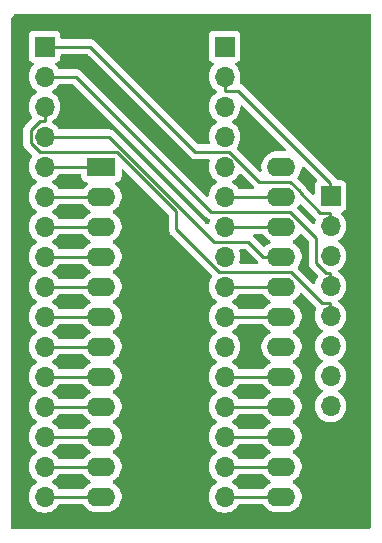
<source format=gbl>
%TF.GenerationSoftware,KiCad,Pcbnew,9.0.5*%
%TF.CreationDate,2025-10-22T14:58:33+01:00*%
%TF.ProjectId,ZX Interface 1 ROM Adapter,5a582049-6e74-4657-9266-616365203120,rev?*%
%TF.SameCoordinates,Original*%
%TF.FileFunction,Copper,L2,Bot*%
%TF.FilePolarity,Positive*%
%FSLAX46Y46*%
G04 Gerber Fmt 4.6, Leading zero omitted, Abs format (unit mm)*
G04 Created by KiCad (PCBNEW 9.0.5) date 2025-10-22 14:58:33*
%MOMM*%
%LPD*%
G01*
G04 APERTURE LIST*
%TA.AperFunction,ComponentPad*%
%ADD10R,2.400000X1.600000*%
%TD*%
%TA.AperFunction,ComponentPad*%
%ADD11O,2.400000X1.600000*%
%TD*%
%TA.AperFunction,ComponentPad*%
%ADD12R,1.700000X1.700000*%
%TD*%
%TA.AperFunction,ComponentPad*%
%ADD13O,1.700000X1.700000*%
%TD*%
%TA.AperFunction,Conductor*%
%ADD14C,0.250000*%
%TD*%
G04 APERTURE END LIST*
D10*
%TO.P,J2,1,1*%
%TO.N,/A7*%
X83874000Y-82359500D03*
D11*
%TO.P,J2,2,2*%
%TO.N,/A6*%
X83874000Y-84899500D03*
%TO.P,J2,3,3*%
%TO.N,/A5*%
X83874000Y-87439500D03*
%TO.P,J2,4,4*%
%TO.N,/A4*%
X83874000Y-89979500D03*
%TO.P,J2,5,5*%
%TO.N,/A3*%
X83874000Y-92519500D03*
%TO.P,J2,6,6*%
%TO.N,/A2*%
X83874000Y-95059500D03*
%TO.P,J2,7,7*%
%TO.N,/A1*%
X83874000Y-97599500D03*
%TO.P,J2,8,8*%
%TO.N,/A0*%
X83874000Y-100139500D03*
%TO.P,J2,9,9*%
%TO.N,/D0*%
X83874000Y-102679500D03*
%TO.P,J2,10,10*%
%TO.N,/D1*%
X83874000Y-105219500D03*
%TO.P,J2,11,11*%
%TO.N,/D2*%
X83874000Y-107759500D03*
%TO.P,J2,12,12*%
%TO.N,/GND*%
X83874000Y-110299500D03*
%TO.P,J2,13,13*%
%TO.N,/D3*%
X99114000Y-110299500D03*
%TO.P,J2,14,14*%
%TO.N,/D4*%
X99114000Y-107759500D03*
%TO.P,J2,15,15*%
%TO.N,/D5*%
X99114000Y-105219500D03*
%TO.P,J2,16,16*%
%TO.N,/D6*%
X99114000Y-102679500D03*
%TO.P,J2,17,17*%
%TO.N,/D7*%
X99114000Y-100139500D03*
%TO.P,J2,18,18*%
%TO.N,/A11*%
X99114000Y-97599500D03*
%TO.P,J2,19,19*%
%TO.N,/A10*%
X99114000Y-95059500D03*
%TO.P,J2,20,20*%
%TO.N,/OE*%
X99114000Y-92519500D03*
%TO.P,J2,21,21*%
%TO.N,/A12*%
X99114000Y-89979500D03*
%TO.P,J2,22,22*%
%TO.N,/A9*%
X99114000Y-87439500D03*
%TO.P,J2,23,23*%
%TO.N,/A8*%
X99114000Y-84899500D03*
%TO.P,J2,24,24*%
%TO.N,/VCC*%
X99114000Y-82359500D03*
%TD*%
D12*
%TO.P,J1,1,Pin_1*%
%TO.N,/WE*%
X103266875Y-84839175D03*
D13*
%TO.P,J1,2,Pin_2*%
%TO.N,/A18*%
X103266875Y-87379175D03*
%TO.P,J1,3,Pin_3*%
%TO.N,/A17*%
X103266875Y-89919175D03*
%TO.P,J1,4,Pin_4*%
%TO.N,/A16*%
X103266875Y-92459175D03*
%TO.P,J1,5,Pin_5*%
%TO.N,/A15*%
X103266875Y-94999175D03*
%TO.P,J1,6,Pin_6*%
%TO.N,/A14*%
X103266875Y-97539175D03*
%TO.P,J1,7,Pin_7*%
%TO.N,/A13*%
X103266875Y-100079175D03*
%TO.P,J1,8,Pin_8*%
%TO.N,/CE*%
X103266875Y-102619175D03*
%TD*%
D12*
%TO.P,J3,1,Pin_1*%
%TO.N,/A18*%
X79051200Y-72202700D03*
D13*
%TO.P,J3,2,Pin_2*%
%TO.N,/A16*%
X79051200Y-74742700D03*
%TO.P,J3,3,Pin_3*%
%TO.N,/A15*%
X79051200Y-77282700D03*
%TO.P,J3,4,Pin_4*%
%TO.N,/A12*%
X79051200Y-79822700D03*
%TO.P,J3,5,Pin_5*%
%TO.N,/A7*%
X79051200Y-82362700D03*
%TO.P,J3,6,Pin_6*%
%TO.N,/A6*%
X79051200Y-84902700D03*
%TO.P,J3,7,Pin_7*%
%TO.N,/A5*%
X79051200Y-87442700D03*
%TO.P,J3,8,Pin_8*%
%TO.N,/A4*%
X79051200Y-89982700D03*
%TO.P,J3,9,Pin_9*%
%TO.N,/A3*%
X79051200Y-92522700D03*
%TO.P,J3,10,Pin_10*%
%TO.N,/A2*%
X79051200Y-95062700D03*
%TO.P,J3,11,Pin_11*%
%TO.N,/A1*%
X79051200Y-97602700D03*
%TO.P,J3,12,Pin_12*%
%TO.N,/A0*%
X79051200Y-100142700D03*
%TO.P,J3,13,Pin_13*%
%TO.N,/D0*%
X79051200Y-102682700D03*
%TO.P,J3,14,Pin_14*%
%TO.N,/D1*%
X79051200Y-105222700D03*
%TO.P,J3,15,Pin_15*%
%TO.N,/D2*%
X79051200Y-107762700D03*
%TO.P,J3,16,Pin_16*%
%TO.N,/GND*%
X79051200Y-110302700D03*
%TD*%
D12*
%TO.P,J4,1,Pin_1*%
%TO.N,/VCC*%
X94291200Y-72202700D03*
D13*
%TO.P,J4,2,Pin_2*%
%TO.N,/WE*%
X94291200Y-74742700D03*
%TO.P,J4,3,Pin_3*%
%TO.N,/A17*%
X94291200Y-77282700D03*
%TO.P,J4,4,Pin_4*%
%TO.N,/A14*%
X94291200Y-79822700D03*
%TO.P,J4,5,Pin_5*%
%TO.N,/A13*%
X94291200Y-82362700D03*
%TO.P,J4,6,Pin_6*%
%TO.N,/A8*%
X94291200Y-84902700D03*
%TO.P,J4,7,Pin_7*%
%TO.N,/A9*%
X94291200Y-87442700D03*
%TO.P,J4,8,Pin_8*%
%TO.N,/A11*%
X94291200Y-89982700D03*
%TO.P,J4,9,Pin_9*%
%TO.N,/OE*%
X94291200Y-92522700D03*
%TO.P,J4,10,Pin_10*%
%TO.N,/A10*%
X94291200Y-95062700D03*
%TO.P,J4,11,Pin_11*%
%TO.N,/CE*%
X94291200Y-97602700D03*
%TO.P,J4,12,Pin_12*%
%TO.N,/D7*%
X94291200Y-100142700D03*
%TO.P,J4,13,Pin_13*%
%TO.N,/D6*%
X94291200Y-102682700D03*
%TO.P,J4,14,Pin_14*%
%TO.N,/D5*%
X94291200Y-105222700D03*
%TO.P,J4,15,Pin_15*%
%TO.N,/D4*%
X94291200Y-107762700D03*
%TO.P,J4,16,Pin_16*%
%TO.N,/D3*%
X94291200Y-110302700D03*
%TD*%
D14*
%TO.N,/WE*%
X95453700Y-75919600D02*
X103254700Y-83720600D01*
X94291200Y-75919600D02*
X95453700Y-75919600D01*
X103254700Y-84897500D02*
X103254700Y-83720600D01*
X94291200Y-74742700D02*
X94291200Y-75919600D01*
%TO.N,/A18*%
X99862000Y-83629500D02*
X100640900Y-84408400D01*
X91831400Y-81092700D02*
X94703400Y-81092700D01*
X100640900Y-84408400D02*
X100640900Y-84512200D01*
X103254700Y-87437500D02*
X103254700Y-86260600D01*
X97240200Y-83629500D02*
X99862000Y-83629500D01*
X102389300Y-86260600D02*
X103254700Y-86260600D01*
X94703400Y-81092700D02*
X97240200Y-83629500D01*
X79051200Y-72202700D02*
X82941400Y-72202700D01*
X82941400Y-72202700D02*
X91831400Y-81092700D01*
X100640900Y-84512200D02*
X102389300Y-86260600D01*
%TO.N,/A16*%
X99853900Y-86169500D02*
X93161100Y-86169500D01*
X102886800Y-91340600D02*
X102077800Y-90531600D01*
X81734300Y-74742700D02*
X79051200Y-74742700D01*
X102077800Y-88393400D02*
X99853900Y-86169500D01*
X103254700Y-92517500D02*
X103254700Y-91340600D01*
X103254700Y-91340600D02*
X102886800Y-91340600D01*
X102077800Y-90531600D02*
X102077800Y-88393400D01*
X93161100Y-86169500D02*
X81734300Y-74742700D01*
%TO.N,/A15*%
X102512400Y-93880600D02*
X103254700Y-93880600D01*
X85182800Y-81132000D02*
X90201000Y-86150200D01*
X90201000Y-87621400D02*
X93829100Y-91249500D01*
X77871100Y-79271900D02*
X77871100Y-80376200D01*
X103254700Y-95057500D02*
X103254700Y-93880600D01*
X78683400Y-78459600D02*
X77871100Y-79271900D01*
X77871100Y-80376200D02*
X78626900Y-81132000D01*
X78626900Y-81132000D02*
X85182800Y-81132000D01*
X79051200Y-77282700D02*
X79051200Y-78459600D01*
X79051200Y-78459600D02*
X78683400Y-78459600D01*
X99881300Y-91249500D02*
X102512400Y-93880600D01*
X90201000Y-86150200D02*
X90201000Y-87621400D01*
X93829100Y-91249500D02*
X99881300Y-91249500D01*
%TO.N,/A7*%
X79051200Y-82362700D02*
X82343900Y-82362700D01*
X82343900Y-82362700D02*
X82347100Y-82359500D01*
X83874000Y-82359500D02*
X82347100Y-82359500D01*
%TO.N,/A6*%
X79051200Y-84902700D02*
X82343900Y-84902700D01*
X83874000Y-84899500D02*
X82347100Y-84899500D01*
X82343900Y-84902700D02*
X82347100Y-84899500D01*
%TO.N,/A5*%
X79051200Y-87442700D02*
X82343900Y-87442700D01*
X83874000Y-87439500D02*
X82347100Y-87439500D01*
X82343900Y-87442700D02*
X82347100Y-87439500D01*
%TO.N,/A4*%
X79051200Y-89982700D02*
X82343900Y-89982700D01*
X82343900Y-89982700D02*
X82347100Y-89979500D01*
X83874000Y-89979500D02*
X82347100Y-89979500D01*
%TO.N,/A3*%
X82343900Y-92522700D02*
X82347100Y-92519500D01*
X79051200Y-92522700D02*
X82343900Y-92522700D01*
X83874000Y-92519500D02*
X82347100Y-92519500D01*
%TO.N,/A2*%
X83874000Y-95059500D02*
X82347100Y-95059500D01*
X79051200Y-95062700D02*
X82343900Y-95062700D01*
X82343900Y-95062700D02*
X82347100Y-95059500D01*
%TO.N,/A1*%
X82343900Y-97602700D02*
X82347100Y-97599500D01*
X79051200Y-97602700D02*
X82343900Y-97602700D01*
X83874000Y-97599500D02*
X82347100Y-97599500D01*
%TO.N,/A0*%
X82343900Y-100142700D02*
X82347100Y-100139500D01*
X79051200Y-100142700D02*
X82343900Y-100142700D01*
X83874000Y-100139500D02*
X82347100Y-100139500D01*
%TO.N,/D0*%
X83874000Y-102679500D02*
X82347100Y-102679500D01*
X79051200Y-102682700D02*
X82343900Y-102682700D01*
X82343900Y-102682700D02*
X82347100Y-102679500D01*
%TO.N,/D1*%
X82343900Y-105222700D02*
X82347100Y-105219500D01*
X83874000Y-105219500D02*
X82347100Y-105219500D01*
X79051200Y-105222700D02*
X82343900Y-105222700D01*
%TO.N,/D2*%
X83874000Y-107759500D02*
X82347100Y-107759500D01*
X82343900Y-107762700D02*
X82347100Y-107759500D01*
X79051200Y-107762700D02*
X82343900Y-107762700D01*
%TO.N,/GND*%
X79051200Y-110302700D02*
X82343900Y-110302700D01*
X83874000Y-110299500D02*
X82347100Y-110299500D01*
X82343900Y-110302700D02*
X82347100Y-110299500D01*
%TO.N,/D3*%
X94291200Y-110302700D02*
X97583900Y-110302700D01*
X99114000Y-110299500D02*
X97587100Y-110299500D01*
X97583900Y-110302700D02*
X97587100Y-110299500D01*
%TO.N,/D4*%
X94291200Y-107762700D02*
X97583900Y-107762700D01*
X99114000Y-107759500D02*
X97587100Y-107759500D01*
X97583900Y-107762700D02*
X97587100Y-107759500D01*
%TO.N,/D5*%
X97583900Y-105222700D02*
X97587100Y-105219500D01*
X99114000Y-105219500D02*
X97587100Y-105219500D01*
X94291200Y-105222700D02*
X97583900Y-105222700D01*
%TO.N,/D6*%
X97583900Y-102682700D02*
X97587100Y-102679500D01*
X94291200Y-102682700D02*
X97583900Y-102682700D01*
X99114000Y-102679500D02*
X97587100Y-102679500D01*
%TO.N,/D7*%
X99114000Y-100139500D02*
X97587100Y-100139500D01*
X94291200Y-100142700D02*
X97583900Y-100142700D01*
X97583900Y-100142700D02*
X97587100Y-100139500D01*
%TO.N,/A10*%
X99114000Y-95059500D02*
X97587100Y-95059500D01*
X97583900Y-95062700D02*
X97587100Y-95059500D01*
X94291200Y-95062700D02*
X97583900Y-95062700D01*
%TO.N,/OE*%
X99114000Y-92519500D02*
X97587100Y-92519500D01*
X94291200Y-92522700D02*
X97583900Y-92522700D01*
X97583900Y-92522700D02*
X97587100Y-92519500D01*
%TO.N,/A12*%
X97587100Y-89979500D02*
X96320300Y-88712700D01*
X84512600Y-79822700D02*
X79051200Y-79822700D01*
X96320300Y-88712700D02*
X93402600Y-88712700D01*
X99114000Y-89979500D02*
X97587100Y-89979500D01*
X93402600Y-88712700D02*
X84512600Y-79822700D01*
%TO.N,/A9*%
X97583900Y-87442700D02*
X97587100Y-87439500D01*
X94291200Y-87442700D02*
X97583900Y-87442700D01*
X99114000Y-87439500D02*
X97587100Y-87439500D01*
%TO.N,/A8*%
X94291200Y-84902700D02*
X97583900Y-84902700D01*
X99114000Y-84899500D02*
X97587100Y-84899500D01*
X97583900Y-84902700D02*
X97587100Y-84899500D01*
%TD*%
%TA.AperFunction,NonConductor*%
G36*
X106654789Y-69431535D02*
G01*
X106700544Y-69484339D01*
X106711750Y-69535850D01*
X106711750Y-112875500D01*
X106692065Y-112942539D01*
X106639261Y-112988294D01*
X106587750Y-112999500D01*
X76301775Y-112999500D01*
X76234736Y-112979815D01*
X76188981Y-112927011D01*
X76177775Y-112875500D01*
X76177775Y-79210294D01*
X77245600Y-79210294D01*
X77245600Y-79219506D01*
X77245600Y-80437810D01*
X77264041Y-80530519D01*
X77269637Y-80558652D01*
X77283447Y-80591992D01*
X77316788Y-80672486D01*
X77351015Y-80723709D01*
X77354902Y-80729526D01*
X77354903Y-80729528D01*
X77385240Y-80774931D01*
X77385241Y-80774932D01*
X77385242Y-80774933D01*
X77472367Y-80862058D01*
X77472368Y-80862058D01*
X77479435Y-80869125D01*
X77479434Y-80869125D01*
X77479438Y-80869128D01*
X77976558Y-81366249D01*
X78010043Y-81427572D01*
X78005059Y-81497264D01*
X77989195Y-81526815D01*
X77896151Y-81654879D01*
X77799644Y-81844285D01*
X77733953Y-82046460D01*
X77700700Y-82256413D01*
X77700700Y-82468986D01*
X77731592Y-82664034D01*
X77733954Y-82678943D01*
X77792368Y-82858723D01*
X77799644Y-82881114D01*
X77896151Y-83070520D01*
X78021090Y-83242486D01*
X78171413Y-83392809D01*
X78343382Y-83517750D01*
X78352146Y-83522216D01*
X78402942Y-83570191D01*
X78419736Y-83638012D01*
X78397198Y-83704147D01*
X78352146Y-83743184D01*
X78343382Y-83747649D01*
X78171413Y-83872590D01*
X78021090Y-84022913D01*
X77896151Y-84194879D01*
X77799644Y-84384285D01*
X77733953Y-84586460D01*
X77700700Y-84796413D01*
X77700700Y-85008986D01*
X77731592Y-85204034D01*
X77733954Y-85218943D01*
X77792368Y-85398723D01*
X77799644Y-85421114D01*
X77896151Y-85610520D01*
X78021090Y-85782486D01*
X78171413Y-85932809D01*
X78343382Y-86057750D01*
X78352146Y-86062216D01*
X78402942Y-86110191D01*
X78419736Y-86178012D01*
X78397198Y-86244147D01*
X78352146Y-86283184D01*
X78343382Y-86287649D01*
X78171413Y-86412590D01*
X78021090Y-86562913D01*
X77896151Y-86734879D01*
X77799644Y-86924285D01*
X77733953Y-87126460D01*
X77700700Y-87336413D01*
X77700700Y-87548986D01*
X77731592Y-87744034D01*
X77733954Y-87758943D01*
X77748546Y-87803851D01*
X77799643Y-87961112D01*
X77896151Y-88150520D01*
X78021090Y-88322486D01*
X78171413Y-88472809D01*
X78343382Y-88597750D01*
X78352146Y-88602216D01*
X78402942Y-88650191D01*
X78419736Y-88718012D01*
X78397198Y-88784147D01*
X78352146Y-88823184D01*
X78343382Y-88827649D01*
X78171413Y-88952590D01*
X78021090Y-89102913D01*
X77896151Y-89274879D01*
X77799644Y-89464285D01*
X77733953Y-89666460D01*
X77700700Y-89876413D01*
X77700700Y-90088986D01*
X77731592Y-90284034D01*
X77733954Y-90298943D01*
X77792368Y-90478723D01*
X77799644Y-90501114D01*
X77896151Y-90690520D01*
X78021090Y-90862486D01*
X78171413Y-91012809D01*
X78343382Y-91137750D01*
X78352146Y-91142216D01*
X78402942Y-91190191D01*
X78419736Y-91258012D01*
X78397198Y-91324147D01*
X78352146Y-91363184D01*
X78343382Y-91367649D01*
X78171413Y-91492590D01*
X78021090Y-91642913D01*
X77896151Y-91814879D01*
X77799644Y-92004285D01*
X77733953Y-92206460D01*
X77700700Y-92416413D01*
X77700700Y-92628986D01*
X77731592Y-92824034D01*
X77733954Y-92838943D01*
X77792368Y-93018723D01*
X77799644Y-93041114D01*
X77896151Y-93230520D01*
X78021090Y-93402486D01*
X78171413Y-93552809D01*
X78343382Y-93677750D01*
X78352146Y-93682216D01*
X78402942Y-93730191D01*
X78419736Y-93798012D01*
X78397198Y-93864147D01*
X78352146Y-93903184D01*
X78343382Y-93907649D01*
X78171413Y-94032590D01*
X78021090Y-94182913D01*
X77896151Y-94354879D01*
X77799644Y-94544285D01*
X77733953Y-94746460D01*
X77700700Y-94956413D01*
X77700700Y-95168986D01*
X77731592Y-95364034D01*
X77733954Y-95378943D01*
X77792368Y-95558723D01*
X77799644Y-95581114D01*
X77896151Y-95770520D01*
X78021090Y-95942486D01*
X78171413Y-96092809D01*
X78343382Y-96217750D01*
X78352146Y-96222216D01*
X78402942Y-96270191D01*
X78419736Y-96338012D01*
X78397198Y-96404147D01*
X78352146Y-96443184D01*
X78343382Y-96447649D01*
X78171413Y-96572590D01*
X78021090Y-96722913D01*
X77896151Y-96894879D01*
X77799644Y-97084285D01*
X77733953Y-97286460D01*
X77700700Y-97496413D01*
X77700700Y-97708986D01*
X77731592Y-97904034D01*
X77733954Y-97918943D01*
X77792368Y-98098723D01*
X77799644Y-98121114D01*
X77896151Y-98310520D01*
X78021090Y-98482486D01*
X78171413Y-98632809D01*
X78343382Y-98757750D01*
X78352146Y-98762216D01*
X78402942Y-98810191D01*
X78419736Y-98878012D01*
X78397198Y-98944147D01*
X78352146Y-98983184D01*
X78343382Y-98987649D01*
X78171413Y-99112590D01*
X78021090Y-99262913D01*
X77896151Y-99434879D01*
X77799644Y-99624285D01*
X77733953Y-99826460D01*
X77700700Y-100036413D01*
X77700700Y-100248986D01*
X77731592Y-100444034D01*
X77733954Y-100458943D01*
X77792368Y-100638723D01*
X77799644Y-100661114D01*
X77896151Y-100850520D01*
X78021090Y-101022486D01*
X78171413Y-101172809D01*
X78343382Y-101297750D01*
X78352146Y-101302216D01*
X78402942Y-101350191D01*
X78419736Y-101418012D01*
X78397198Y-101484147D01*
X78352146Y-101523184D01*
X78343382Y-101527649D01*
X78171413Y-101652590D01*
X78021090Y-101802913D01*
X77896151Y-101974879D01*
X77799644Y-102164285D01*
X77733953Y-102366460D01*
X77700700Y-102576413D01*
X77700700Y-102788986D01*
X77731592Y-102984034D01*
X77733954Y-102998943D01*
X77792368Y-103178723D01*
X77799644Y-103201114D01*
X77896151Y-103390520D01*
X78021090Y-103562486D01*
X78171413Y-103712809D01*
X78343382Y-103837750D01*
X78352146Y-103842216D01*
X78402942Y-103890191D01*
X78419736Y-103958012D01*
X78397198Y-104024147D01*
X78352146Y-104063184D01*
X78343382Y-104067649D01*
X78171413Y-104192590D01*
X78021090Y-104342913D01*
X77896151Y-104514879D01*
X77799644Y-104704285D01*
X77733953Y-104906460D01*
X77700700Y-105116413D01*
X77700700Y-105328986D01*
X77731592Y-105524034D01*
X77733954Y-105538943D01*
X77792368Y-105718723D01*
X77799644Y-105741114D01*
X77896151Y-105930520D01*
X78021090Y-106102486D01*
X78171413Y-106252809D01*
X78343382Y-106377750D01*
X78352146Y-106382216D01*
X78402942Y-106430191D01*
X78419736Y-106498012D01*
X78397198Y-106564147D01*
X78352146Y-106603184D01*
X78343382Y-106607649D01*
X78171413Y-106732590D01*
X78021090Y-106882913D01*
X77896151Y-107054879D01*
X77799644Y-107244285D01*
X77733953Y-107446460D01*
X77700700Y-107656413D01*
X77700700Y-107868986D01*
X77731592Y-108064034D01*
X77733954Y-108078943D01*
X77792368Y-108258723D01*
X77799644Y-108281114D01*
X77896151Y-108470520D01*
X78021090Y-108642486D01*
X78171413Y-108792809D01*
X78343382Y-108917750D01*
X78352146Y-108922216D01*
X78402942Y-108970191D01*
X78419736Y-109038012D01*
X78397198Y-109104147D01*
X78352146Y-109143184D01*
X78343382Y-109147649D01*
X78171413Y-109272590D01*
X78021090Y-109422913D01*
X77896151Y-109594879D01*
X77799644Y-109784285D01*
X77733953Y-109986460D01*
X77700700Y-110196413D01*
X77700700Y-110408986D01*
X77731592Y-110604034D01*
X77733954Y-110618943D01*
X77792368Y-110798723D01*
X77799644Y-110821114D01*
X77896151Y-111010520D01*
X78021090Y-111182486D01*
X78171413Y-111332809D01*
X78343379Y-111457748D01*
X78343381Y-111457749D01*
X78343384Y-111457751D01*
X78532788Y-111554257D01*
X78734957Y-111619946D01*
X78944913Y-111653200D01*
X78944914Y-111653200D01*
X79157486Y-111653200D01*
X79157487Y-111653200D01*
X79367443Y-111619946D01*
X79569612Y-111554257D01*
X79759016Y-111457751D01*
X79780989Y-111441786D01*
X79930986Y-111332809D01*
X79930988Y-111332806D01*
X79930992Y-111332804D01*
X80081304Y-111182492D01*
X80081306Y-111182488D01*
X80081309Y-111182486D01*
X80206249Y-111010519D01*
X80213697Y-110995903D01*
X80261673Y-110945108D01*
X80324181Y-110928200D01*
X82260090Y-110928200D01*
X82327129Y-110947885D01*
X82360408Y-110979315D01*
X82482028Y-111146713D01*
X82626786Y-111291471D01*
X82781749Y-111404056D01*
X82792390Y-111411787D01*
X82908607Y-111471003D01*
X82974776Y-111504718D01*
X82974778Y-111504718D01*
X82974781Y-111504720D01*
X83079137Y-111538627D01*
X83169465Y-111567977D01*
X83270557Y-111583988D01*
X83371648Y-111600000D01*
X83371649Y-111600000D01*
X84376351Y-111600000D01*
X84376352Y-111600000D01*
X84578534Y-111567977D01*
X84773219Y-111504720D01*
X84955610Y-111411787D01*
X85064322Y-111332804D01*
X85121213Y-111291471D01*
X85121215Y-111291468D01*
X85121219Y-111291466D01*
X85265966Y-111146719D01*
X85265968Y-111146715D01*
X85265971Y-111146713D01*
X85318732Y-111074090D01*
X85386287Y-110981110D01*
X85479220Y-110798719D01*
X85542477Y-110604034D01*
X85574500Y-110401852D01*
X85574500Y-110197148D01*
X85542477Y-109994966D01*
X85539713Y-109986460D01*
X85479218Y-109800276D01*
X85416507Y-109677200D01*
X85386287Y-109617890D01*
X85369572Y-109594884D01*
X85265971Y-109452286D01*
X85121213Y-109307528D01*
X84955614Y-109187215D01*
X84877961Y-109147649D01*
X84862917Y-109139983D01*
X84812123Y-109092011D01*
X84795328Y-109024190D01*
X84817865Y-108958055D01*
X84862917Y-108919016D01*
X84955610Y-108871787D01*
X85064322Y-108792804D01*
X85121213Y-108751471D01*
X85121215Y-108751468D01*
X85121219Y-108751466D01*
X85265966Y-108606719D01*
X85265968Y-108606715D01*
X85265971Y-108606713D01*
X85318732Y-108534090D01*
X85386287Y-108441110D01*
X85479220Y-108258719D01*
X85542477Y-108064034D01*
X85574500Y-107861852D01*
X85574500Y-107657148D01*
X85542477Y-107454966D01*
X85539713Y-107446460D01*
X85479218Y-107260276D01*
X85416507Y-107137200D01*
X85386287Y-107077890D01*
X85369572Y-107054884D01*
X85265971Y-106912286D01*
X85121213Y-106767528D01*
X84955614Y-106647215D01*
X84877961Y-106607649D01*
X84862917Y-106599983D01*
X84812123Y-106552011D01*
X84795328Y-106484190D01*
X84817865Y-106418055D01*
X84862917Y-106379016D01*
X84955610Y-106331787D01*
X85064322Y-106252804D01*
X85121213Y-106211471D01*
X85121215Y-106211468D01*
X85121219Y-106211466D01*
X85265966Y-106066719D01*
X85265968Y-106066715D01*
X85265971Y-106066713D01*
X85318732Y-105994090D01*
X85386287Y-105901110D01*
X85479220Y-105718719D01*
X85542477Y-105524034D01*
X85574500Y-105321852D01*
X85574500Y-105117148D01*
X85542477Y-104914966D01*
X85539713Y-104906460D01*
X85479218Y-104720276D01*
X85416507Y-104597200D01*
X85386287Y-104537890D01*
X85369572Y-104514884D01*
X85265971Y-104372286D01*
X85121213Y-104227528D01*
X84955614Y-104107215D01*
X84877961Y-104067649D01*
X84862917Y-104059983D01*
X84812123Y-104012011D01*
X84795328Y-103944190D01*
X84817865Y-103878055D01*
X84862917Y-103839016D01*
X84955610Y-103791787D01*
X85064322Y-103712804D01*
X85121213Y-103671471D01*
X85121215Y-103671468D01*
X85121219Y-103671466D01*
X85265966Y-103526719D01*
X85265968Y-103526715D01*
X85265971Y-103526713D01*
X85318732Y-103454090D01*
X85386287Y-103361110D01*
X85479220Y-103178719D01*
X85542477Y-102984034D01*
X85574500Y-102781852D01*
X85574500Y-102577148D01*
X85542477Y-102374966D01*
X85539713Y-102366460D01*
X85479218Y-102180276D01*
X85416507Y-102057200D01*
X85386287Y-101997890D01*
X85369572Y-101974884D01*
X85265971Y-101832286D01*
X85121213Y-101687528D01*
X84955614Y-101567215D01*
X84877961Y-101527649D01*
X84862917Y-101519983D01*
X84812123Y-101472011D01*
X84795328Y-101404190D01*
X84817865Y-101338055D01*
X84862917Y-101299016D01*
X84955610Y-101251787D01*
X85064322Y-101172804D01*
X85121213Y-101131471D01*
X85121215Y-101131468D01*
X85121219Y-101131466D01*
X85265966Y-100986719D01*
X85265968Y-100986715D01*
X85265971Y-100986713D01*
X85318732Y-100914090D01*
X85386287Y-100821110D01*
X85479220Y-100638719D01*
X85542477Y-100444034D01*
X85574500Y-100241852D01*
X85574500Y-100037148D01*
X85542477Y-99834966D01*
X85539713Y-99826460D01*
X85479218Y-99640276D01*
X85416507Y-99517200D01*
X85386287Y-99457890D01*
X85369572Y-99434884D01*
X85265971Y-99292286D01*
X85121213Y-99147528D01*
X84955614Y-99027215D01*
X84877961Y-98987649D01*
X84862917Y-98979983D01*
X84812123Y-98932011D01*
X84795328Y-98864190D01*
X84817865Y-98798055D01*
X84862917Y-98759016D01*
X84955610Y-98711787D01*
X85064322Y-98632804D01*
X85121213Y-98591471D01*
X85121215Y-98591468D01*
X85121219Y-98591466D01*
X85265966Y-98446719D01*
X85265968Y-98446715D01*
X85265971Y-98446713D01*
X85318732Y-98374090D01*
X85386287Y-98281110D01*
X85479220Y-98098719D01*
X85542477Y-97904034D01*
X85574500Y-97701852D01*
X85574500Y-97497148D01*
X85542477Y-97294966D01*
X85539713Y-97286460D01*
X85479218Y-97100276D01*
X85416507Y-96977200D01*
X85386287Y-96917890D01*
X85369572Y-96894884D01*
X85265971Y-96752286D01*
X85121213Y-96607528D01*
X84955614Y-96487215D01*
X84877961Y-96447649D01*
X84862917Y-96439983D01*
X84812123Y-96392011D01*
X84795328Y-96324190D01*
X84817865Y-96258055D01*
X84862917Y-96219016D01*
X84955610Y-96171787D01*
X85064322Y-96092804D01*
X85121213Y-96051471D01*
X85121215Y-96051468D01*
X85121219Y-96051466D01*
X85265966Y-95906719D01*
X85265968Y-95906715D01*
X85265971Y-95906713D01*
X85318732Y-95834090D01*
X85386287Y-95741110D01*
X85479220Y-95558719D01*
X85542477Y-95364034D01*
X85574500Y-95161852D01*
X85574500Y-94957148D01*
X85542477Y-94754966D01*
X85539713Y-94746460D01*
X85479218Y-94560276D01*
X85416507Y-94437200D01*
X85386287Y-94377890D01*
X85369572Y-94354884D01*
X85265971Y-94212286D01*
X85121213Y-94067528D01*
X84955614Y-93947215D01*
X84877961Y-93907649D01*
X84862917Y-93899983D01*
X84812123Y-93852011D01*
X84795328Y-93784190D01*
X84817865Y-93718055D01*
X84862917Y-93679016D01*
X84955610Y-93631787D01*
X85064322Y-93552804D01*
X85121213Y-93511471D01*
X85121215Y-93511468D01*
X85121219Y-93511466D01*
X85265966Y-93366719D01*
X85265968Y-93366715D01*
X85265971Y-93366713D01*
X85318732Y-93294090D01*
X85386287Y-93201110D01*
X85479220Y-93018719D01*
X85542477Y-92824034D01*
X85574500Y-92621852D01*
X85574500Y-92417148D01*
X85542477Y-92214966D01*
X85539713Y-92206460D01*
X85479218Y-92020276D01*
X85416507Y-91897200D01*
X85386287Y-91837890D01*
X85369572Y-91814884D01*
X85265971Y-91672286D01*
X85121213Y-91527528D01*
X84955614Y-91407215D01*
X84877961Y-91367649D01*
X84862917Y-91359983D01*
X84812123Y-91312011D01*
X84795328Y-91244190D01*
X84817865Y-91178055D01*
X84862917Y-91139016D01*
X84955610Y-91091787D01*
X84979782Y-91074225D01*
X85121213Y-90971471D01*
X85121215Y-90971468D01*
X85121219Y-90971466D01*
X85265966Y-90826719D01*
X85265968Y-90826715D01*
X85265971Y-90826713D01*
X85318732Y-90754090D01*
X85386287Y-90661110D01*
X85479220Y-90478719D01*
X85542477Y-90284034D01*
X85574500Y-90081852D01*
X85574500Y-89877148D01*
X85542477Y-89674966D01*
X85539713Y-89666460D01*
X85479218Y-89480276D01*
X85416507Y-89357200D01*
X85386287Y-89297890D01*
X85369572Y-89274884D01*
X85265971Y-89132286D01*
X85121213Y-88987528D01*
X84955614Y-88867215D01*
X84877961Y-88827649D01*
X84862917Y-88819983D01*
X84812123Y-88772011D01*
X84795328Y-88704190D01*
X84817865Y-88638055D01*
X84862917Y-88599016D01*
X84955610Y-88551787D01*
X85064322Y-88472804D01*
X85121213Y-88431471D01*
X85121215Y-88431468D01*
X85121219Y-88431466D01*
X85265966Y-88286719D01*
X85265968Y-88286715D01*
X85265971Y-88286713D01*
X85359203Y-88158388D01*
X85386287Y-88121110D01*
X85479220Y-87938719D01*
X85542477Y-87744034D01*
X85574500Y-87541852D01*
X85574500Y-87337148D01*
X85564322Y-87272888D01*
X85542477Y-87134965D01*
X85479218Y-86940276D01*
X85415433Y-86815093D01*
X85386287Y-86757890D01*
X85369572Y-86734884D01*
X85265971Y-86592286D01*
X85121213Y-86447528D01*
X84955614Y-86327215D01*
X84877961Y-86287649D01*
X84862917Y-86279983D01*
X84812123Y-86232011D01*
X84795328Y-86164190D01*
X84817865Y-86098055D01*
X84862917Y-86059016D01*
X84955610Y-86011787D01*
X85066103Y-85931510D01*
X85121213Y-85891471D01*
X85121215Y-85891468D01*
X85121219Y-85891466D01*
X85265966Y-85746719D01*
X85265968Y-85746715D01*
X85265971Y-85746713D01*
X85318732Y-85674090D01*
X85386287Y-85581110D01*
X85479220Y-85398719D01*
X85542477Y-85204034D01*
X85574500Y-85001852D01*
X85574500Y-84797148D01*
X85542477Y-84594966D01*
X85539713Y-84586460D01*
X85479218Y-84400276D01*
X85416346Y-84276884D01*
X85386287Y-84217890D01*
X85369572Y-84194884D01*
X85265971Y-84052286D01*
X85121219Y-83907534D01*
X85085650Y-83881692D01*
X85084929Y-83881168D01*
X85042264Y-83825839D01*
X85036285Y-83756226D01*
X85068890Y-83694431D01*
X85129728Y-83660073D01*
X85144562Y-83657560D01*
X85181483Y-83653591D01*
X85237495Y-83632700D01*
X85316331Y-83603296D01*
X85431546Y-83517046D01*
X85517796Y-83401831D01*
X85568091Y-83266983D01*
X85574500Y-83207373D01*
X85574499Y-82707649D01*
X85594183Y-82640612D01*
X85646987Y-82594857D01*
X85716146Y-82584913D01*
X85779702Y-82613938D01*
X85786180Y-82619970D01*
X89539181Y-86372971D01*
X89572666Y-86434294D01*
X89575500Y-86460652D01*
X89575500Y-87683011D01*
X89599535Y-87803844D01*
X89599540Y-87803861D01*
X89646685Y-87917680D01*
X89646687Y-87917683D01*
X89646688Y-87917686D01*
X89675705Y-87961112D01*
X89715142Y-88020133D01*
X89802267Y-88107258D01*
X89802270Y-88107260D01*
X89809791Y-88114781D01*
X93218536Y-91523526D01*
X93252021Y-91584849D01*
X93247037Y-91654541D01*
X93231174Y-91684092D01*
X93136148Y-91814884D01*
X93039644Y-92004285D01*
X92973953Y-92206460D01*
X92940700Y-92416413D01*
X92940700Y-92628986D01*
X92971592Y-92824034D01*
X92973954Y-92838943D01*
X93032368Y-93018723D01*
X93039644Y-93041114D01*
X93136151Y-93230520D01*
X93261090Y-93402486D01*
X93411413Y-93552809D01*
X93583382Y-93677750D01*
X93592146Y-93682216D01*
X93642942Y-93730191D01*
X93659736Y-93798012D01*
X93637198Y-93864147D01*
X93592146Y-93903184D01*
X93583382Y-93907649D01*
X93411413Y-94032590D01*
X93261090Y-94182913D01*
X93136151Y-94354879D01*
X93039644Y-94544285D01*
X92973953Y-94746460D01*
X92940700Y-94956413D01*
X92940700Y-95168986D01*
X92971592Y-95364034D01*
X92973954Y-95378943D01*
X93032368Y-95558723D01*
X93039644Y-95581114D01*
X93136151Y-95770520D01*
X93261090Y-95942486D01*
X93411413Y-96092809D01*
X93583382Y-96217750D01*
X93592146Y-96222216D01*
X93642942Y-96270191D01*
X93659736Y-96338012D01*
X93637198Y-96404147D01*
X93592146Y-96443184D01*
X93583382Y-96447649D01*
X93411413Y-96572590D01*
X93261090Y-96722913D01*
X93136151Y-96894879D01*
X93039644Y-97084285D01*
X92973953Y-97286460D01*
X92940700Y-97496413D01*
X92940700Y-97708986D01*
X92971592Y-97904034D01*
X92973954Y-97918943D01*
X93032368Y-98098723D01*
X93039644Y-98121114D01*
X93136151Y-98310520D01*
X93261090Y-98482486D01*
X93411413Y-98632809D01*
X93583382Y-98757750D01*
X93592146Y-98762216D01*
X93642942Y-98810191D01*
X93659736Y-98878012D01*
X93637198Y-98944147D01*
X93592146Y-98983184D01*
X93583382Y-98987649D01*
X93411413Y-99112590D01*
X93261090Y-99262913D01*
X93136151Y-99434879D01*
X93039644Y-99624285D01*
X92973953Y-99826460D01*
X92940700Y-100036413D01*
X92940700Y-100248986D01*
X92971592Y-100444034D01*
X92973954Y-100458943D01*
X93032368Y-100638723D01*
X93039644Y-100661114D01*
X93136151Y-100850520D01*
X93261090Y-101022486D01*
X93411413Y-101172809D01*
X93583382Y-101297750D01*
X93592146Y-101302216D01*
X93642942Y-101350191D01*
X93659736Y-101418012D01*
X93637198Y-101484147D01*
X93592146Y-101523184D01*
X93583382Y-101527649D01*
X93411413Y-101652590D01*
X93261090Y-101802913D01*
X93136151Y-101974879D01*
X93039644Y-102164285D01*
X92973953Y-102366460D01*
X92940700Y-102576413D01*
X92940700Y-102788986D01*
X92971592Y-102984034D01*
X92973954Y-102998943D01*
X93032368Y-103178723D01*
X93039644Y-103201114D01*
X93136151Y-103390520D01*
X93261090Y-103562486D01*
X93411413Y-103712809D01*
X93583382Y-103837750D01*
X93592146Y-103842216D01*
X93642942Y-103890191D01*
X93659736Y-103958012D01*
X93637198Y-104024147D01*
X93592146Y-104063184D01*
X93583382Y-104067649D01*
X93411413Y-104192590D01*
X93261090Y-104342913D01*
X93136151Y-104514879D01*
X93039644Y-104704285D01*
X92973953Y-104906460D01*
X92940700Y-105116413D01*
X92940700Y-105328986D01*
X92971592Y-105524034D01*
X92973954Y-105538943D01*
X93032368Y-105718723D01*
X93039644Y-105741114D01*
X93136151Y-105930520D01*
X93261090Y-106102486D01*
X93411413Y-106252809D01*
X93583382Y-106377750D01*
X93592146Y-106382216D01*
X93642942Y-106430191D01*
X93659736Y-106498012D01*
X93637198Y-106564147D01*
X93592146Y-106603184D01*
X93583382Y-106607649D01*
X93411413Y-106732590D01*
X93261090Y-106882913D01*
X93136151Y-107054879D01*
X93039644Y-107244285D01*
X92973953Y-107446460D01*
X92940700Y-107656413D01*
X92940700Y-107868986D01*
X92971592Y-108064034D01*
X92973954Y-108078943D01*
X93032368Y-108258723D01*
X93039644Y-108281114D01*
X93136151Y-108470520D01*
X93261090Y-108642486D01*
X93411413Y-108792809D01*
X93583382Y-108917750D01*
X93592146Y-108922216D01*
X93642942Y-108970191D01*
X93659736Y-109038012D01*
X93637198Y-109104147D01*
X93592146Y-109143184D01*
X93583382Y-109147649D01*
X93411413Y-109272590D01*
X93261090Y-109422913D01*
X93136151Y-109594879D01*
X93039644Y-109784285D01*
X92973953Y-109986460D01*
X92940700Y-110196413D01*
X92940700Y-110408986D01*
X92971592Y-110604034D01*
X92973954Y-110618943D01*
X93032368Y-110798723D01*
X93039644Y-110821114D01*
X93136151Y-111010520D01*
X93261090Y-111182486D01*
X93411413Y-111332809D01*
X93583379Y-111457748D01*
X93583381Y-111457749D01*
X93583384Y-111457751D01*
X93772788Y-111554257D01*
X93974957Y-111619946D01*
X94184913Y-111653200D01*
X94184914Y-111653200D01*
X94397486Y-111653200D01*
X94397487Y-111653200D01*
X94607443Y-111619946D01*
X94809612Y-111554257D01*
X94999016Y-111457751D01*
X95020989Y-111441786D01*
X95170986Y-111332809D01*
X95170988Y-111332806D01*
X95170992Y-111332804D01*
X95321304Y-111182492D01*
X95321306Y-111182488D01*
X95321309Y-111182486D01*
X95446249Y-111010519D01*
X95453697Y-110995903D01*
X95501673Y-110945108D01*
X95564181Y-110928200D01*
X97500090Y-110928200D01*
X97567129Y-110947885D01*
X97600408Y-110979315D01*
X97722028Y-111146713D01*
X97866786Y-111291471D01*
X98021749Y-111404056D01*
X98032390Y-111411787D01*
X98148607Y-111471003D01*
X98214776Y-111504718D01*
X98214778Y-111504718D01*
X98214781Y-111504720D01*
X98319137Y-111538627D01*
X98409465Y-111567977D01*
X98510557Y-111583988D01*
X98611648Y-111600000D01*
X98611649Y-111600000D01*
X99616351Y-111600000D01*
X99616352Y-111600000D01*
X99818534Y-111567977D01*
X100013219Y-111504720D01*
X100195610Y-111411787D01*
X100304322Y-111332804D01*
X100361213Y-111291471D01*
X100361215Y-111291468D01*
X100361219Y-111291466D01*
X100505966Y-111146719D01*
X100505968Y-111146715D01*
X100505971Y-111146713D01*
X100558732Y-111074090D01*
X100626287Y-110981110D01*
X100719220Y-110798719D01*
X100782477Y-110604034D01*
X100814500Y-110401852D01*
X100814500Y-110197148D01*
X100782477Y-109994966D01*
X100779713Y-109986460D01*
X100719218Y-109800276D01*
X100656507Y-109677200D01*
X100626287Y-109617890D01*
X100609572Y-109594884D01*
X100505971Y-109452286D01*
X100361213Y-109307528D01*
X100195614Y-109187215D01*
X100117961Y-109147649D01*
X100102917Y-109139983D01*
X100052123Y-109092011D01*
X100035328Y-109024190D01*
X100057865Y-108958055D01*
X100102917Y-108919016D01*
X100195610Y-108871787D01*
X100304322Y-108792804D01*
X100361213Y-108751471D01*
X100361215Y-108751468D01*
X100361219Y-108751466D01*
X100505966Y-108606719D01*
X100505968Y-108606715D01*
X100505971Y-108606713D01*
X100558732Y-108534090D01*
X100626287Y-108441110D01*
X100719220Y-108258719D01*
X100782477Y-108064034D01*
X100814500Y-107861852D01*
X100814500Y-107657148D01*
X100782477Y-107454966D01*
X100779713Y-107446460D01*
X100719218Y-107260276D01*
X100656507Y-107137200D01*
X100626287Y-107077890D01*
X100609572Y-107054884D01*
X100505971Y-106912286D01*
X100361213Y-106767528D01*
X100195614Y-106647215D01*
X100117961Y-106607649D01*
X100102917Y-106599983D01*
X100052123Y-106552011D01*
X100035328Y-106484190D01*
X100057865Y-106418055D01*
X100102917Y-106379016D01*
X100195610Y-106331787D01*
X100304322Y-106252804D01*
X100361213Y-106211471D01*
X100361215Y-106211468D01*
X100361219Y-106211466D01*
X100505966Y-106066719D01*
X100505968Y-106066715D01*
X100505971Y-106066713D01*
X100558732Y-105994090D01*
X100626287Y-105901110D01*
X100719220Y-105718719D01*
X100782477Y-105524034D01*
X100814500Y-105321852D01*
X100814500Y-105117148D01*
X100782477Y-104914966D01*
X100779713Y-104906460D01*
X100719218Y-104720276D01*
X100656507Y-104597200D01*
X100626287Y-104537890D01*
X100609572Y-104514884D01*
X100505971Y-104372286D01*
X100361213Y-104227528D01*
X100195614Y-104107215D01*
X100117961Y-104067649D01*
X100102917Y-104059983D01*
X100052123Y-104012011D01*
X100035328Y-103944190D01*
X100057865Y-103878055D01*
X100102917Y-103839016D01*
X100195610Y-103791787D01*
X100304322Y-103712804D01*
X100361213Y-103671471D01*
X100361215Y-103671468D01*
X100361219Y-103671466D01*
X100505966Y-103526719D01*
X100505968Y-103526715D01*
X100505971Y-103526713D01*
X100558732Y-103454090D01*
X100626287Y-103361110D01*
X100719220Y-103178719D01*
X100782477Y-102984034D01*
X100814500Y-102781852D01*
X100814500Y-102577148D01*
X100782477Y-102374966D01*
X100779713Y-102366460D01*
X100719218Y-102180276D01*
X100656507Y-102057200D01*
X100626287Y-101997890D01*
X100609572Y-101974884D01*
X100505971Y-101832286D01*
X100361213Y-101687528D01*
X100195614Y-101567215D01*
X100117961Y-101527649D01*
X100102917Y-101519983D01*
X100052123Y-101472011D01*
X100035328Y-101404190D01*
X100057865Y-101338055D01*
X100102917Y-101299016D01*
X100195610Y-101251787D01*
X100304322Y-101172804D01*
X100361213Y-101131471D01*
X100361215Y-101131468D01*
X100361219Y-101131466D01*
X100505966Y-100986719D01*
X100505968Y-100986715D01*
X100505971Y-100986713D01*
X100558732Y-100914090D01*
X100626287Y-100821110D01*
X100719220Y-100638719D01*
X100782477Y-100444034D01*
X100814500Y-100241852D01*
X100814500Y-100037148D01*
X100782477Y-99834966D01*
X100779713Y-99826460D01*
X100719218Y-99640276D01*
X100656507Y-99517200D01*
X100626287Y-99457890D01*
X100609572Y-99434884D01*
X100505971Y-99292286D01*
X100361213Y-99147528D01*
X100195614Y-99027215D01*
X100117961Y-98987649D01*
X100102917Y-98979983D01*
X100052123Y-98932011D01*
X100035328Y-98864190D01*
X100057865Y-98798055D01*
X100102917Y-98759016D01*
X100195610Y-98711787D01*
X100304322Y-98632804D01*
X100361213Y-98591471D01*
X100361215Y-98591468D01*
X100361219Y-98591466D01*
X100505966Y-98446719D01*
X100505968Y-98446715D01*
X100505971Y-98446713D01*
X100558732Y-98374090D01*
X100626287Y-98281110D01*
X100719220Y-98098719D01*
X100782477Y-97904034D01*
X100814500Y-97701852D01*
X100814500Y-97497148D01*
X100782477Y-97294966D01*
X100779713Y-97286460D01*
X100719218Y-97100276D01*
X100656507Y-96977200D01*
X100626287Y-96917890D01*
X100609572Y-96894884D01*
X100505971Y-96752286D01*
X100361213Y-96607528D01*
X100195614Y-96487215D01*
X100117961Y-96447649D01*
X100102917Y-96439983D01*
X100052123Y-96392011D01*
X100035328Y-96324190D01*
X100057865Y-96258055D01*
X100102917Y-96219016D01*
X100195610Y-96171787D01*
X100304322Y-96092804D01*
X100361213Y-96051471D01*
X100361215Y-96051468D01*
X100361219Y-96051466D01*
X100505966Y-95906719D01*
X100505968Y-95906715D01*
X100505971Y-95906713D01*
X100558732Y-95834090D01*
X100626287Y-95741110D01*
X100719220Y-95558719D01*
X100782477Y-95364034D01*
X100814500Y-95161852D01*
X100814500Y-94957148D01*
X100782477Y-94754966D01*
X100779713Y-94746460D01*
X100719218Y-94560276D01*
X100656507Y-94437200D01*
X100626287Y-94377890D01*
X100609572Y-94354884D01*
X100505971Y-94212286D01*
X100361213Y-94067528D01*
X100195614Y-93947215D01*
X100117961Y-93907649D01*
X100102917Y-93899983D01*
X100052123Y-93852011D01*
X100035328Y-93784190D01*
X100057865Y-93718055D01*
X100102917Y-93679016D01*
X100195610Y-93631787D01*
X100304322Y-93552804D01*
X100361213Y-93511471D01*
X100361215Y-93511468D01*
X100361219Y-93511466D01*
X100505966Y-93366719D01*
X100505968Y-93366715D01*
X100505971Y-93366713D01*
X100626284Y-93201114D01*
X100626285Y-93201113D01*
X100626287Y-93201110D01*
X100657504Y-93139842D01*
X100705475Y-93089049D01*
X100773295Y-93072253D01*
X100839431Y-93094789D01*
X100855668Y-93108458D01*
X102023393Y-94276183D01*
X102056878Y-94337506D01*
X102051894Y-94407198D01*
X102046197Y-94420159D01*
X102015319Y-94480760D01*
X101949628Y-94682935D01*
X101939567Y-94746460D01*
X101916375Y-94892888D01*
X101916375Y-95105462D01*
X101949629Y-95315418D01*
X101970268Y-95378939D01*
X102015319Y-95517589D01*
X102111826Y-95706995D01*
X102236765Y-95878961D01*
X102387088Y-96029284D01*
X102559057Y-96154225D01*
X102567821Y-96158691D01*
X102618617Y-96206666D01*
X102635411Y-96274487D01*
X102612873Y-96340622D01*
X102567821Y-96379659D01*
X102559057Y-96384124D01*
X102387088Y-96509065D01*
X102236765Y-96659388D01*
X102111826Y-96831354D01*
X102015319Y-97020760D01*
X101949628Y-97222935D01*
X101939567Y-97286460D01*
X101916375Y-97432888D01*
X101916375Y-97645462D01*
X101949629Y-97855418D01*
X101970268Y-97918939D01*
X102015319Y-98057589D01*
X102111826Y-98246995D01*
X102236765Y-98418961D01*
X102387088Y-98569284D01*
X102559057Y-98694225D01*
X102567821Y-98698691D01*
X102618617Y-98746666D01*
X102635411Y-98814487D01*
X102612873Y-98880622D01*
X102567821Y-98919659D01*
X102559057Y-98924124D01*
X102387088Y-99049065D01*
X102236765Y-99199388D01*
X102111826Y-99371354D01*
X102015319Y-99560760D01*
X101949628Y-99762935D01*
X101939567Y-99826460D01*
X101916375Y-99972888D01*
X101916375Y-100185462D01*
X101949629Y-100395418D01*
X101970268Y-100458939D01*
X102015319Y-100597589D01*
X102111826Y-100786995D01*
X102236765Y-100958961D01*
X102387088Y-101109284D01*
X102559057Y-101234225D01*
X102567821Y-101238691D01*
X102618617Y-101286666D01*
X102635411Y-101354487D01*
X102612873Y-101420622D01*
X102567821Y-101459659D01*
X102559057Y-101464124D01*
X102387088Y-101589065D01*
X102236765Y-101739388D01*
X102111826Y-101911354D01*
X102015319Y-102100760D01*
X101949628Y-102302935D01*
X101939567Y-102366460D01*
X101916375Y-102512888D01*
X101916375Y-102725462D01*
X101949629Y-102935418D01*
X101970268Y-102998939D01*
X102015319Y-103137589D01*
X102111826Y-103326995D01*
X102236765Y-103498961D01*
X102387088Y-103649284D01*
X102559054Y-103774223D01*
X102559056Y-103774224D01*
X102559059Y-103774226D01*
X102748463Y-103870732D01*
X102950632Y-103936421D01*
X103160588Y-103969675D01*
X103160589Y-103969675D01*
X103373161Y-103969675D01*
X103373162Y-103969675D01*
X103583118Y-103936421D01*
X103785287Y-103870732D01*
X103974691Y-103774226D01*
X104059232Y-103712804D01*
X104146661Y-103649284D01*
X104146663Y-103649281D01*
X104146667Y-103649279D01*
X104296979Y-103498967D01*
X104296981Y-103498963D01*
X104296984Y-103498961D01*
X104416831Y-103334004D01*
X104421926Y-103326991D01*
X104518432Y-103137587D01*
X104584121Y-102935418D01*
X104617375Y-102725462D01*
X104617375Y-102512888D01*
X104584121Y-102302932D01*
X104518432Y-102100763D01*
X104421926Y-101911359D01*
X104421924Y-101911356D01*
X104421923Y-101911354D01*
X104296984Y-101739388D01*
X104146661Y-101589065D01*
X103974695Y-101464126D01*
X103973990Y-101463766D01*
X103965929Y-101459660D01*
X103915134Y-101411687D01*
X103898338Y-101343867D01*
X103920874Y-101277731D01*
X103965929Y-101238690D01*
X103974691Y-101234226D01*
X104059232Y-101172804D01*
X104146661Y-101109284D01*
X104146663Y-101109281D01*
X104146667Y-101109279D01*
X104296979Y-100958967D01*
X104296981Y-100958963D01*
X104296984Y-100958961D01*
X104416831Y-100794004D01*
X104421926Y-100786991D01*
X104518432Y-100597587D01*
X104584121Y-100395418D01*
X104617375Y-100185462D01*
X104617375Y-99972888D01*
X104584121Y-99762932D01*
X104518432Y-99560763D01*
X104421926Y-99371359D01*
X104421924Y-99371356D01*
X104421923Y-99371354D01*
X104296984Y-99199388D01*
X104146661Y-99049065D01*
X103974695Y-98924126D01*
X103973990Y-98923766D01*
X103965929Y-98919660D01*
X103915134Y-98871687D01*
X103898338Y-98803867D01*
X103920874Y-98737731D01*
X103965929Y-98698690D01*
X103974691Y-98694226D01*
X104059232Y-98632804D01*
X104146661Y-98569284D01*
X104146663Y-98569281D01*
X104146667Y-98569279D01*
X104296979Y-98418967D01*
X104296981Y-98418963D01*
X104296984Y-98418961D01*
X104421923Y-98246995D01*
X104421922Y-98246995D01*
X104421926Y-98246991D01*
X104518432Y-98057587D01*
X104584121Y-97855418D01*
X104617375Y-97645462D01*
X104617375Y-97432888D01*
X104584121Y-97222932D01*
X104518432Y-97020763D01*
X104421926Y-96831359D01*
X104421924Y-96831356D01*
X104421923Y-96831354D01*
X104296984Y-96659388D01*
X104146661Y-96509065D01*
X103974695Y-96384126D01*
X103973990Y-96383766D01*
X103965929Y-96379660D01*
X103915134Y-96331687D01*
X103898338Y-96263867D01*
X103920874Y-96197731D01*
X103965929Y-96158690D01*
X103974691Y-96154226D01*
X104059232Y-96092804D01*
X104146661Y-96029284D01*
X104146663Y-96029281D01*
X104146667Y-96029279D01*
X104296979Y-95878967D01*
X104296981Y-95878963D01*
X104296984Y-95878961D01*
X104416831Y-95714004D01*
X104421926Y-95706991D01*
X104518432Y-95517587D01*
X104584121Y-95315418D01*
X104617375Y-95105462D01*
X104617375Y-94892888D01*
X104584121Y-94682932D01*
X104518432Y-94480763D01*
X104421926Y-94291359D01*
X104421924Y-94291356D01*
X104421923Y-94291354D01*
X104296984Y-94119388D01*
X104146661Y-93969065D01*
X103974690Y-93844123D01*
X103974687Y-93844121D01*
X103965925Y-93839656D01*
X103915131Y-93791680D01*
X103898338Y-93723858D01*
X103920878Y-93657724D01*
X103965931Y-93618689D01*
X103974691Y-93614226D01*
X104146667Y-93489279D01*
X104296979Y-93338967D01*
X104296981Y-93338963D01*
X104296984Y-93338961D01*
X104416831Y-93174004D01*
X104421926Y-93166991D01*
X104518432Y-92977587D01*
X104584121Y-92775418D01*
X104617375Y-92565462D01*
X104617375Y-92352888D01*
X104584121Y-92142932D01*
X104518432Y-91940763D01*
X104421926Y-91751359D01*
X104421924Y-91751356D01*
X104421923Y-91751354D01*
X104296984Y-91579388D01*
X104146661Y-91429065D01*
X103974690Y-91304123D01*
X103974687Y-91304121D01*
X103965925Y-91299656D01*
X103915131Y-91251680D01*
X103898338Y-91183858D01*
X103920878Y-91117724D01*
X103965931Y-91078689D01*
X103974691Y-91074226D01*
X104146667Y-90949279D01*
X104296979Y-90798967D01*
X104296981Y-90798963D01*
X104296984Y-90798961D01*
X104421923Y-90626995D01*
X104421922Y-90626995D01*
X104421926Y-90626991D01*
X104518432Y-90437587D01*
X104584121Y-90235418D01*
X104617375Y-90025462D01*
X104617375Y-89812888D01*
X104584121Y-89602932D01*
X104518432Y-89400763D01*
X104421926Y-89211359D01*
X104421924Y-89211356D01*
X104421923Y-89211354D01*
X104296984Y-89039388D01*
X104146661Y-88889065D01*
X103974695Y-88764126D01*
X103973990Y-88763766D01*
X103965929Y-88759660D01*
X103915134Y-88711687D01*
X103898338Y-88643867D01*
X103920874Y-88577731D01*
X103965929Y-88538690D01*
X103974691Y-88534226D01*
X104059232Y-88472804D01*
X104146661Y-88409284D01*
X104146663Y-88409281D01*
X104146667Y-88409279D01*
X104296979Y-88258967D01*
X104296981Y-88258963D01*
X104296984Y-88258961D01*
X104417609Y-88092933D01*
X104421926Y-88086991D01*
X104518432Y-87897587D01*
X104584121Y-87695418D01*
X104617375Y-87485462D01*
X104617375Y-87272888D01*
X104584121Y-87062932D01*
X104518432Y-86860763D01*
X104421926Y-86671359D01*
X104421924Y-86671356D01*
X104421923Y-86671354D01*
X104296984Y-86499388D01*
X104183444Y-86385848D01*
X104149959Y-86324525D01*
X104154943Y-86254833D01*
X104196815Y-86198900D01*
X104227790Y-86181985D01*
X104359206Y-86132971D01*
X104474421Y-86046721D01*
X104560671Y-85931506D01*
X104610966Y-85796658D01*
X104617375Y-85737048D01*
X104617374Y-83941303D01*
X104610966Y-83881692D01*
X104607573Y-83872596D01*
X104560672Y-83746846D01*
X104560668Y-83746839D01*
X104474422Y-83631630D01*
X104474419Y-83631627D01*
X104359210Y-83545381D01*
X104359203Y-83545377D01*
X104224357Y-83495083D01*
X104224358Y-83495083D01*
X104164758Y-83488676D01*
X104164756Y-83488675D01*
X104164748Y-83488675D01*
X104164740Y-83488675D01*
X103917736Y-83488675D01*
X103909836Y-83486355D01*
X103901703Y-83487634D01*
X103876801Y-83476655D01*
X103850697Y-83468990D01*
X103843656Y-83462042D01*
X103837771Y-83459447D01*
X103824848Y-83443480D01*
X103814310Y-83433079D01*
X103809848Y-83426332D01*
X103809012Y-83424314D01*
X103760335Y-83351466D01*
X103760082Y-83351087D01*
X103760011Y-83350980D01*
X103740556Y-83321864D01*
X103650337Y-83231645D01*
X103650306Y-83231616D01*
X95946850Y-75528160D01*
X95939560Y-75520870D01*
X95939558Y-75520867D01*
X95852433Y-75433742D01*
X95801209Y-75399515D01*
X95749986Y-75365288D01*
X95749983Y-75365286D01*
X95749980Y-75365285D01*
X95669492Y-75331947D01*
X95650507Y-75324083D01*
X95643400Y-75321139D01*
X95619123Y-75301573D01*
X95588998Y-75277297D01*
X95566935Y-75211002D01*
X95572923Y-75168268D01*
X95608446Y-75058943D01*
X95641700Y-74848987D01*
X95641700Y-74636413D01*
X95608446Y-74426457D01*
X95542757Y-74224288D01*
X95446251Y-74034884D01*
X95446249Y-74034881D01*
X95446248Y-74034879D01*
X95321309Y-73862913D01*
X95207769Y-73749373D01*
X95174284Y-73688050D01*
X95179268Y-73618358D01*
X95221140Y-73562425D01*
X95252115Y-73545510D01*
X95383531Y-73496496D01*
X95498746Y-73410246D01*
X95584996Y-73295031D01*
X95635291Y-73160183D01*
X95641700Y-73100573D01*
X95641699Y-71304828D01*
X95635291Y-71245217D01*
X95584996Y-71110369D01*
X95584995Y-71110368D01*
X95584993Y-71110364D01*
X95498747Y-70995155D01*
X95498744Y-70995152D01*
X95383535Y-70908906D01*
X95383528Y-70908902D01*
X95248682Y-70858608D01*
X95248683Y-70858608D01*
X95189083Y-70852201D01*
X95189081Y-70852200D01*
X95189073Y-70852200D01*
X95189064Y-70852200D01*
X93393329Y-70852200D01*
X93393323Y-70852201D01*
X93333716Y-70858608D01*
X93198871Y-70908902D01*
X93198864Y-70908906D01*
X93083655Y-70995152D01*
X93083652Y-70995155D01*
X92997406Y-71110364D01*
X92997402Y-71110371D01*
X92947108Y-71245217D01*
X92940701Y-71304816D01*
X92940701Y-71304823D01*
X92940700Y-71304835D01*
X92940700Y-73100570D01*
X92940701Y-73100576D01*
X92947108Y-73160183D01*
X92997402Y-73295028D01*
X92997406Y-73295035D01*
X93083652Y-73410244D01*
X93083655Y-73410247D01*
X93198864Y-73496493D01*
X93198871Y-73496497D01*
X93330282Y-73545510D01*
X93386216Y-73587381D01*
X93410633Y-73652845D01*
X93395782Y-73721118D01*
X93374631Y-73749373D01*
X93261089Y-73862915D01*
X93136151Y-74034879D01*
X93039644Y-74224285D01*
X92973953Y-74426460D01*
X92940700Y-74636413D01*
X92940700Y-74848987D01*
X92973954Y-75058943D01*
X93023361Y-75211002D01*
X93039644Y-75261114D01*
X93136151Y-75450520D01*
X93261090Y-75622486D01*
X93411413Y-75772809D01*
X93583379Y-75897748D01*
X93583381Y-75897749D01*
X93583384Y-75897751D01*
X93592141Y-75902212D01*
X93642938Y-75950183D01*
X93659736Y-76018003D01*
X93637202Y-76084140D01*
X93592153Y-76123180D01*
X93583381Y-76127650D01*
X93411413Y-76252590D01*
X93261090Y-76402913D01*
X93136151Y-76574879D01*
X93039644Y-76764285D01*
X92973953Y-76966460D01*
X92940700Y-77176413D01*
X92940700Y-77388986D01*
X92973953Y-77598939D01*
X93039644Y-77801114D01*
X93136151Y-77990520D01*
X93261090Y-78162486D01*
X93411413Y-78312809D01*
X93583382Y-78437750D01*
X93592146Y-78442216D01*
X93642942Y-78490191D01*
X93659736Y-78558012D01*
X93637198Y-78624147D01*
X93592146Y-78663184D01*
X93583382Y-78667649D01*
X93411413Y-78792590D01*
X93261090Y-78942913D01*
X93136151Y-79114879D01*
X93039644Y-79304285D01*
X92973953Y-79506460D01*
X92940700Y-79716413D01*
X92940700Y-79928986D01*
X92973953Y-80138940D01*
X93027871Y-80304882D01*
X93029866Y-80374723D01*
X92993786Y-80434556D01*
X92931085Y-80465384D01*
X92909940Y-80467200D01*
X92141853Y-80467200D01*
X92074814Y-80447515D01*
X92054172Y-80430881D01*
X83437222Y-71813932D01*
X83427259Y-71803969D01*
X83427258Y-71803967D01*
X83340133Y-71716842D01*
X83288909Y-71682615D01*
X83237686Y-71648388D01*
X83237683Y-71648386D01*
X83237680Y-71648385D01*
X83164003Y-71617868D01*
X83164001Y-71617867D01*
X83157192Y-71615047D01*
X83123852Y-71601237D01*
X83063429Y-71589218D01*
X83058706Y-71588278D01*
X83058704Y-71588278D01*
X83003010Y-71577200D01*
X83003007Y-71577200D01*
X83003006Y-71577200D01*
X80525699Y-71577200D01*
X80458660Y-71557515D01*
X80412905Y-71504711D01*
X80401699Y-71453200D01*
X80401699Y-71304829D01*
X80401698Y-71304823D01*
X80401697Y-71304816D01*
X80395291Y-71245217D01*
X80344996Y-71110369D01*
X80344995Y-71110368D01*
X80344993Y-71110364D01*
X80258747Y-70995155D01*
X80258744Y-70995152D01*
X80143535Y-70908906D01*
X80143528Y-70908902D01*
X80008682Y-70858608D01*
X80008683Y-70858608D01*
X79949083Y-70852201D01*
X79949081Y-70852200D01*
X79949073Y-70852200D01*
X79949064Y-70852200D01*
X78153329Y-70852200D01*
X78153323Y-70852201D01*
X78093716Y-70858608D01*
X77958871Y-70908902D01*
X77958864Y-70908906D01*
X77843655Y-70995152D01*
X77843652Y-70995155D01*
X77757406Y-71110364D01*
X77757402Y-71110371D01*
X77707108Y-71245217D01*
X77700701Y-71304816D01*
X77700701Y-71304823D01*
X77700700Y-71304835D01*
X77700700Y-73100570D01*
X77700701Y-73100576D01*
X77707108Y-73160183D01*
X77757402Y-73295028D01*
X77757406Y-73295035D01*
X77843652Y-73410244D01*
X77843655Y-73410247D01*
X77958864Y-73496493D01*
X77958871Y-73496497D01*
X78090282Y-73545510D01*
X78146216Y-73587381D01*
X78170633Y-73652845D01*
X78155782Y-73721118D01*
X78134631Y-73749373D01*
X78021089Y-73862915D01*
X77896151Y-74034879D01*
X77799644Y-74224285D01*
X77733953Y-74426460D01*
X77700700Y-74636413D01*
X77700700Y-74848987D01*
X77733954Y-75058943D01*
X77783361Y-75211002D01*
X77799644Y-75261114D01*
X77896151Y-75450520D01*
X78021090Y-75622486D01*
X78171413Y-75772809D01*
X78343382Y-75897750D01*
X78352146Y-75902216D01*
X78402942Y-75950191D01*
X78419736Y-76018012D01*
X78397198Y-76084147D01*
X78352146Y-76123184D01*
X78343382Y-76127649D01*
X78171413Y-76252590D01*
X78021090Y-76402913D01*
X77896151Y-76574879D01*
X77799644Y-76764285D01*
X77733953Y-76966460D01*
X77700700Y-77176413D01*
X77700700Y-77388986D01*
X77733953Y-77598939D01*
X77799644Y-77801114D01*
X77896148Y-77990515D01*
X77990331Y-78120148D01*
X78013810Y-78185955D01*
X77997984Y-78254009D01*
X77977693Y-78280714D01*
X77472369Y-78786040D01*
X77385244Y-78873164D01*
X77385238Y-78873172D01*
X77316790Y-78975608D01*
X77316788Y-78975613D01*
X77291314Y-79037111D01*
X77291310Y-79037123D01*
X77287816Y-79045561D01*
X77269637Y-79089448D01*
X77245600Y-79210294D01*
X76177775Y-79210294D01*
X76177775Y-69898187D01*
X76197460Y-69831148D01*
X76214094Y-69810506D01*
X76454000Y-69570600D01*
X76454000Y-69535850D01*
X76473685Y-69468811D01*
X76526489Y-69423056D01*
X76578000Y-69411850D01*
X106587750Y-69411850D01*
X106654789Y-69431535D01*
G37*
%TD.AperFunction*%
%TA.AperFunction,NonConductor*%
G36*
X95846903Y-77197839D02*
G01*
X95853381Y-77203871D01*
X99496829Y-80847319D01*
X99530314Y-80908642D01*
X99525330Y-80978334D01*
X99483458Y-81034267D01*
X99417994Y-81058684D01*
X99409148Y-81059000D01*
X98611648Y-81059000D01*
X98587329Y-81062851D01*
X98409465Y-81091022D01*
X98214776Y-81154281D01*
X98032386Y-81247215D01*
X97866786Y-81367528D01*
X97722028Y-81512286D01*
X97601715Y-81677886D01*
X97508781Y-81860276D01*
X97445522Y-82054965D01*
X97413500Y-82257148D01*
X97413500Y-82461851D01*
X97439682Y-82627159D01*
X97430727Y-82696453D01*
X97385731Y-82749905D01*
X97318980Y-82770544D01*
X97251666Y-82751819D01*
X97229528Y-82734238D01*
X95344212Y-80848922D01*
X95310727Y-80787599D01*
X95315711Y-80717907D01*
X95331575Y-80688356D01*
X95405070Y-80587197D01*
X95446251Y-80530516D01*
X95542757Y-80341112D01*
X95608446Y-80138943D01*
X95641700Y-79928987D01*
X95641700Y-79716413D01*
X95608446Y-79506457D01*
X95542757Y-79304288D01*
X95446251Y-79114884D01*
X95446249Y-79114881D01*
X95446248Y-79114879D01*
X95321309Y-78942913D01*
X95170986Y-78792590D01*
X94999020Y-78667651D01*
X94998315Y-78667291D01*
X94990254Y-78663185D01*
X94939459Y-78615212D01*
X94922663Y-78547392D01*
X94945199Y-78481256D01*
X94990254Y-78442215D01*
X94999016Y-78437751D01*
X95020989Y-78421786D01*
X95170986Y-78312809D01*
X95170988Y-78312806D01*
X95170992Y-78312804D01*
X95321304Y-78162492D01*
X95321306Y-78162488D01*
X95321309Y-78162486D01*
X95446248Y-77990520D01*
X95446247Y-77990520D01*
X95446251Y-77990516D01*
X95542757Y-77801112D01*
X95608446Y-77598943D01*
X95641700Y-77388987D01*
X95641700Y-77291552D01*
X95661385Y-77224513D01*
X95714189Y-77178758D01*
X95783347Y-77168814D01*
X95846903Y-77197839D01*
G37*
%TD.AperFunction*%
%TA.AperFunction,NonConductor*%
G36*
X95668963Y-82945421D02*
G01*
X95685199Y-82959089D01*
X96754339Y-84028229D01*
X96754342Y-84028233D01*
X96771423Y-84045314D01*
X96791629Y-84065521D01*
X96811292Y-84101533D01*
X96825112Y-84126842D01*
X96825111Y-84126843D01*
X96825113Y-84126845D01*
X96822937Y-84157254D01*
X96820128Y-84196534D01*
X96820127Y-84196535D01*
X96820127Y-84196536D01*
X96807252Y-84213734D01*
X96778256Y-84252467D01*
X96778255Y-84252467D01*
X96778254Y-84252469D01*
X96745011Y-84264867D01*
X96712792Y-84276884D01*
X96703946Y-84277200D01*
X95564181Y-84277200D01*
X95497142Y-84257515D01*
X95453697Y-84209497D01*
X95446249Y-84194880D01*
X95321309Y-84022913D01*
X95170986Y-83872590D01*
X94999020Y-83747651D01*
X94997426Y-83746839D01*
X94990254Y-83743185D01*
X94939459Y-83695212D01*
X94922663Y-83627392D01*
X94945199Y-83561256D01*
X94990254Y-83522215D01*
X94999016Y-83517751D01*
X95066130Y-83468990D01*
X95170986Y-83392809D01*
X95170988Y-83392806D01*
X95170992Y-83392804D01*
X95321304Y-83242492D01*
X95321306Y-83242488D01*
X95321309Y-83242486D01*
X95446250Y-83070517D01*
X95453697Y-83055903D01*
X95487033Y-82990475D01*
X95535007Y-82939680D01*
X95602828Y-82922884D01*
X95668963Y-82945421D01*
G37*
%TD.AperFunction*%
%TA.AperFunction,NonConductor*%
G36*
X82116540Y-83007885D02*
G01*
X82162295Y-83060689D01*
X82173501Y-83112200D01*
X82173501Y-83207376D01*
X82179908Y-83266983D01*
X82230202Y-83401828D01*
X82230206Y-83401835D01*
X82316452Y-83517044D01*
X82316455Y-83517047D01*
X82431664Y-83603293D01*
X82431671Y-83603297D01*
X82461057Y-83614257D01*
X82566517Y-83653591D01*
X82603441Y-83657560D01*
X82667989Y-83684296D01*
X82707838Y-83741688D01*
X82710333Y-83811513D01*
X82674681Y-83871602D01*
X82663071Y-83881166D01*
X82626784Y-83907530D01*
X82482028Y-84052286D01*
X82361713Y-84217887D01*
X82361650Y-84217992D01*
X82361615Y-84218023D01*
X82358849Y-84221831D01*
X82358049Y-84221249D01*
X82309837Y-84264867D01*
X82255924Y-84277200D01*
X80324181Y-84277200D01*
X80257142Y-84257515D01*
X80213697Y-84209497D01*
X80206249Y-84194880D01*
X80081309Y-84022913D01*
X79930986Y-83872590D01*
X79759020Y-83747651D01*
X79757426Y-83746839D01*
X79750254Y-83743185D01*
X79699459Y-83695212D01*
X79682663Y-83627392D01*
X79705199Y-83561256D01*
X79750254Y-83522215D01*
X79759016Y-83517751D01*
X79826130Y-83468990D01*
X79930986Y-83392809D01*
X79930988Y-83392806D01*
X79930992Y-83392804D01*
X80081304Y-83242492D01*
X80081306Y-83242488D01*
X80081309Y-83242486D01*
X80206249Y-83070519D01*
X80213697Y-83055903D01*
X80261673Y-83005108D01*
X80324181Y-82988200D01*
X82049501Y-82988200D01*
X82116540Y-83007885D01*
G37*
%TD.AperFunction*%
%TA.AperFunction,NonConductor*%
G36*
X101019703Y-82370639D02*
G01*
X101026181Y-82376671D01*
X102084990Y-83435480D01*
X102118475Y-83496803D01*
X102113491Y-83566495D01*
X102071622Y-83622426D01*
X102059329Y-83631628D01*
X102059327Y-83631630D01*
X101973081Y-83746839D01*
X101973077Y-83746846D01*
X101922783Y-83881692D01*
X101918392Y-83922539D01*
X101916376Y-83941298D01*
X101916375Y-83941310D01*
X101916375Y-84603723D01*
X101896690Y-84670762D01*
X101843886Y-84716517D01*
X101774728Y-84726461D01*
X101711172Y-84697436D01*
X101704694Y-84691404D01*
X101262013Y-84248723D01*
X101257381Y-84241791D01*
X101253142Y-84238848D01*
X101235133Y-84208494D01*
X101230179Y-84196535D01*
X101200781Y-84125561D01*
X101195212Y-84112115D01*
X101188141Y-84101533D01*
X101161750Y-84062036D01*
X101161750Y-84062035D01*
X101126761Y-84009671D01*
X101126755Y-84009663D01*
X101036537Y-83919445D01*
X101036506Y-83919416D01*
X100502568Y-83385478D01*
X100469083Y-83324155D01*
X100474067Y-83254463D01*
X100502579Y-83210105D01*
X100505966Y-83206719D01*
X100626287Y-83041110D01*
X100719220Y-82858719D01*
X100782477Y-82664034D01*
X100814500Y-82461852D01*
X100814500Y-82461849D01*
X100814883Y-82456989D01*
X100816621Y-82457125D01*
X100834185Y-82397313D01*
X100886989Y-82351558D01*
X100956147Y-82341614D01*
X101019703Y-82370639D01*
G37*
%TD.AperFunction*%
%TA.AperFunction,NonConductor*%
G36*
X82697987Y-72847885D02*
G01*
X82718629Y-72864519D01*
X91425472Y-81571364D01*
X91425474Y-81571365D01*
X91432667Y-81578558D01*
X91535115Y-81647012D01*
X91601797Y-81674632D01*
X91609363Y-81677766D01*
X91609365Y-81677767D01*
X91609662Y-81677890D01*
X91648948Y-81694163D01*
X91668997Y-81698151D01*
X91702596Y-81704834D01*
X91769792Y-81718201D01*
X91769794Y-81718201D01*
X91899121Y-81718201D01*
X91899141Y-81718200D01*
X92909940Y-81718200D01*
X92976979Y-81737885D01*
X93022734Y-81790689D01*
X93032678Y-81859847D01*
X93027871Y-81880518D01*
X92973953Y-82046459D01*
X92940700Y-82256413D01*
X92940700Y-82468986D01*
X92971592Y-82664034D01*
X92973954Y-82678943D01*
X93032368Y-82858723D01*
X93039644Y-82881114D01*
X93136151Y-83070520D01*
X93261090Y-83242486D01*
X93411413Y-83392809D01*
X93583382Y-83517750D01*
X93592146Y-83522216D01*
X93642942Y-83570191D01*
X93659736Y-83638012D01*
X93637198Y-83704147D01*
X93592146Y-83743184D01*
X93583382Y-83747649D01*
X93411413Y-83872590D01*
X93261090Y-84022913D01*
X93136151Y-84194879D01*
X93039644Y-84384285D01*
X92973953Y-84586460D01*
X92942114Y-84787486D01*
X92912185Y-84850621D01*
X92852873Y-84887552D01*
X92783011Y-84886554D01*
X92731960Y-84855769D01*
X82230122Y-74353932D01*
X82220159Y-74343969D01*
X82220158Y-74343967D01*
X82133033Y-74256842D01*
X82081809Y-74222615D01*
X82030586Y-74188388D01*
X82030583Y-74188386D01*
X82030580Y-74188385D01*
X81956903Y-74157868D01*
X81956901Y-74157867D01*
X81950092Y-74155047D01*
X81916752Y-74141237D01*
X81856329Y-74129218D01*
X81851606Y-74128278D01*
X81851604Y-74128278D01*
X81795910Y-74117200D01*
X81795907Y-74117200D01*
X81795906Y-74117200D01*
X80324181Y-74117200D01*
X80257142Y-74097515D01*
X80213697Y-74049497D01*
X80206249Y-74034880D01*
X80081309Y-73862913D01*
X79967769Y-73749373D01*
X79934284Y-73688050D01*
X79939268Y-73618358D01*
X79981140Y-73562425D01*
X80012115Y-73545510D01*
X80143531Y-73496496D01*
X80258746Y-73410246D01*
X80344996Y-73295031D01*
X80395291Y-73160183D01*
X80401700Y-73100573D01*
X80401700Y-72952200D01*
X80421385Y-72885161D01*
X80474189Y-72839406D01*
X80525700Y-72828200D01*
X82630948Y-72828200D01*
X82697987Y-72847885D01*
G37*
%TD.AperFunction*%
%TA.AperFunction,NonConductor*%
G36*
X82327129Y-85547885D02*
G01*
X82360408Y-85579315D01*
X82482028Y-85746713D01*
X82626786Y-85891471D01*
X82781749Y-86004056D01*
X82792390Y-86011787D01*
X82860948Y-86046719D01*
X82885080Y-86059015D01*
X82935876Y-86106990D01*
X82952671Y-86174811D01*
X82930134Y-86240946D01*
X82885080Y-86279985D01*
X82792386Y-86327215D01*
X82626786Y-86447528D01*
X82482028Y-86592286D01*
X82361713Y-86757887D01*
X82361650Y-86757992D01*
X82361615Y-86758023D01*
X82358849Y-86761831D01*
X82358049Y-86761249D01*
X82309837Y-86804867D01*
X82255924Y-86817200D01*
X80324181Y-86817200D01*
X80257142Y-86797515D01*
X80213697Y-86749497D01*
X80206249Y-86734880D01*
X80081309Y-86562913D01*
X79930986Y-86412590D01*
X79759020Y-86287651D01*
X79758315Y-86287291D01*
X79750254Y-86283185D01*
X79699459Y-86235212D01*
X79682663Y-86167392D01*
X79705199Y-86101256D01*
X79750254Y-86062215D01*
X79759016Y-86057751D01*
X79780989Y-86041786D01*
X79930986Y-85932809D01*
X79930988Y-85932806D01*
X79930992Y-85932804D01*
X80081304Y-85782492D01*
X80081306Y-85782488D01*
X80081309Y-85782486D01*
X80206249Y-85610519D01*
X80213697Y-85595903D01*
X80261673Y-85545108D01*
X80324181Y-85528200D01*
X82260090Y-85528200D01*
X82327129Y-85547885D01*
G37*
%TD.AperFunction*%
%TA.AperFunction,NonConductor*%
G36*
X100750384Y-85535112D02*
G01*
X100751266Y-85535049D01*
X100781212Y-85551378D01*
X100811398Y-85567305D01*
X100812605Y-85568495D01*
X101903439Y-86659329D01*
X101903442Y-86659333D01*
X101941933Y-86697824D01*
X101983549Y-86739441D01*
X102017034Y-86800764D01*
X102017030Y-86800812D01*
X102013798Y-86865439D01*
X101949628Y-87062933D01*
X101944259Y-87096833D01*
X101914328Y-87159967D01*
X101855016Y-87196898D01*
X101785153Y-87195898D01*
X101734105Y-87165114D01*
X100498518Y-85929528D01*
X100465033Y-85868205D01*
X100470017Y-85798513D01*
X100486888Y-85767595D01*
X100492216Y-85760468D01*
X100505966Y-85746719D01*
X100625230Y-85582563D01*
X100625668Y-85581979D01*
X100652954Y-85561527D01*
X100679989Y-85540680D01*
X100680870Y-85540604D01*
X100681577Y-85540075D01*
X100715577Y-85537622D01*
X100749603Y-85534700D01*
X100750384Y-85535112D01*
G37*
%TD.AperFunction*%
%TA.AperFunction,NonConductor*%
G36*
X81490887Y-75387885D02*
G01*
X81511529Y-75404519D01*
X92762363Y-86655355D01*
X92762367Y-86655358D01*
X92864812Y-86723810D01*
X92864811Y-86723810D01*
X92864813Y-86723811D01*
X92864815Y-86723812D01*
X92882635Y-86731193D01*
X92891548Y-86734885D01*
X92891547Y-86734885D01*
X92947077Y-86757886D01*
X92955196Y-86761249D01*
X92970416Y-86767553D01*
X92973452Y-86769999D01*
X92977298Y-86770652D01*
X93000438Y-86791745D01*
X93024820Y-86811393D01*
X93026051Y-86815093D01*
X93028934Y-86817721D01*
X93036996Y-86847978D01*
X93046885Y-86877687D01*
X93046211Y-86882555D01*
X93046925Y-86885235D01*
X93041278Y-86918194D01*
X93041024Y-86920032D01*
X93039681Y-86924213D01*
X93039643Y-86924288D01*
X92973954Y-87126457D01*
X92973203Y-87131194D01*
X92970283Y-87140288D01*
X92955670Y-87161814D01*
X92944427Y-87185282D01*
X92936362Y-87190257D01*
X92931041Y-87198097D01*
X92907107Y-87208307D01*
X92884964Y-87221969D01*
X92875490Y-87221794D01*
X92866775Y-87225513D01*
X92841123Y-87221163D01*
X92815106Y-87220685D01*
X92806089Y-87215222D01*
X92797889Y-87213832D01*
X92786185Y-87203163D01*
X92764542Y-87190051D01*
X85005528Y-79431038D01*
X85005525Y-79431034D01*
X85005525Y-79431035D01*
X84998458Y-79423968D01*
X84998458Y-79423967D01*
X84911333Y-79336842D01*
X84911332Y-79336841D01*
X84911331Y-79336840D01*
X84865925Y-79306501D01*
X84865924Y-79306500D01*
X84860109Y-79302615D01*
X84808886Y-79268388D01*
X84728392Y-79235047D01*
X84713057Y-79228695D01*
X84695053Y-79221237D01*
X84685027Y-79219243D01*
X84634629Y-79209218D01*
X84574210Y-79197200D01*
X84574207Y-79197200D01*
X84574206Y-79197200D01*
X80324181Y-79197200D01*
X80257142Y-79177515D01*
X80213697Y-79129497D01*
X80206249Y-79114880D01*
X80081309Y-78942913D01*
X79930986Y-78792590D01*
X79759015Y-78667648D01*
X79759012Y-78667646D01*
X79750250Y-78663181D01*
X79699456Y-78615205D01*
X79682663Y-78547383D01*
X79705203Y-78481249D01*
X79750260Y-78442212D01*
X79759016Y-78437751D01*
X79759020Y-78437748D01*
X79930986Y-78312809D01*
X79930988Y-78312806D01*
X79930992Y-78312804D01*
X80081304Y-78162492D01*
X80081306Y-78162488D01*
X80081309Y-78162486D01*
X80206248Y-77990520D01*
X80206247Y-77990520D01*
X80206251Y-77990516D01*
X80302757Y-77801112D01*
X80368446Y-77598943D01*
X80401700Y-77388987D01*
X80401700Y-77176413D01*
X80368446Y-76966457D01*
X80302757Y-76764288D01*
X80206251Y-76574884D01*
X80206249Y-76574881D01*
X80206248Y-76574879D01*
X80081309Y-76402913D01*
X79930986Y-76252590D01*
X79759020Y-76127651D01*
X79758315Y-76127291D01*
X79750254Y-76123185D01*
X79699459Y-76075212D01*
X79682663Y-76007392D01*
X79705199Y-75941256D01*
X79750254Y-75902215D01*
X79759016Y-75897751D01*
X79780989Y-75881786D01*
X79930986Y-75772809D01*
X79930988Y-75772806D01*
X79930992Y-75772804D01*
X80081304Y-75622492D01*
X80081306Y-75622488D01*
X80081309Y-75622486D01*
X80206249Y-75450519D01*
X80213697Y-75435903D01*
X80261673Y-75385108D01*
X80324181Y-75368200D01*
X81423848Y-75368200D01*
X81490887Y-75387885D01*
G37*
%TD.AperFunction*%
%TA.AperFunction,NonConductor*%
G36*
X97505339Y-88069741D02*
G01*
X97510702Y-88068655D01*
X97538509Y-88079481D01*
X97567129Y-88087885D01*
X97572062Y-88092544D01*
X97575811Y-88094004D01*
X97600408Y-88119315D01*
X97722028Y-88286713D01*
X97866786Y-88431471D01*
X98008215Y-88534223D01*
X98032390Y-88551787D01*
X98122593Y-88597748D01*
X98125080Y-88599015D01*
X98175876Y-88646990D01*
X98192671Y-88714811D01*
X98170134Y-88780946D01*
X98125080Y-88819985D01*
X98032386Y-88867215D01*
X97866788Y-88987527D01*
X97760933Y-89093382D01*
X97699610Y-89126866D01*
X97629918Y-89121882D01*
X97585571Y-89093381D01*
X96810498Y-88318308D01*
X96810478Y-88318286D01*
X96772073Y-88279881D01*
X96738588Y-88218558D01*
X96743572Y-88148866D01*
X96785444Y-88092933D01*
X96850908Y-88068516D01*
X96859754Y-88068200D01*
X97500090Y-88068200D01*
X97505339Y-88069741D01*
G37*
%TD.AperFunction*%
%TA.AperFunction,NonConductor*%
G36*
X82327129Y-88087885D02*
G01*
X82360408Y-88119315D01*
X82482028Y-88286713D01*
X82626786Y-88431471D01*
X82768215Y-88534223D01*
X82792390Y-88551787D01*
X82882593Y-88597748D01*
X82885080Y-88599015D01*
X82935876Y-88646990D01*
X82952671Y-88714811D01*
X82930134Y-88780946D01*
X82885080Y-88819985D01*
X82792386Y-88867215D01*
X82626786Y-88987528D01*
X82482028Y-89132286D01*
X82361713Y-89297887D01*
X82361650Y-89297992D01*
X82361615Y-89298023D01*
X82358849Y-89301831D01*
X82358049Y-89301249D01*
X82309837Y-89344867D01*
X82255924Y-89357200D01*
X80324181Y-89357200D01*
X80257142Y-89337515D01*
X80213697Y-89289497D01*
X80206249Y-89274880D01*
X80081309Y-89102913D01*
X79930986Y-88952590D01*
X79759020Y-88827651D01*
X79758315Y-88827291D01*
X79750254Y-88823185D01*
X79699459Y-88775212D01*
X79682663Y-88707392D01*
X79705199Y-88641256D01*
X79750254Y-88602215D01*
X79759016Y-88597751D01*
X79786571Y-88577731D01*
X79930986Y-88472809D01*
X79930988Y-88472806D01*
X79930992Y-88472804D01*
X80081304Y-88322492D01*
X80081306Y-88322488D01*
X80081309Y-88322486D01*
X80206249Y-88150519D01*
X80207092Y-88148866D01*
X80213697Y-88135903D01*
X80261673Y-88085108D01*
X80324181Y-88068200D01*
X82260090Y-88068200D01*
X82327129Y-88087885D01*
G37*
%TD.AperFunction*%
%TA.AperFunction,NonConductor*%
G36*
X96076887Y-89357885D02*
G01*
X96097529Y-89374519D01*
X97101239Y-90378229D01*
X97101242Y-90378233D01*
X97135330Y-90412321D01*
X97151587Y-90442096D01*
X97168812Y-90473642D01*
X97168811Y-90473643D01*
X97168813Y-90473645D01*
X97167169Y-90496619D01*
X97163828Y-90543334D01*
X97163827Y-90543335D01*
X97163827Y-90543337D01*
X97156543Y-90553066D01*
X97121956Y-90599267D01*
X97121955Y-90599267D01*
X97121954Y-90599269D01*
X97087358Y-90612171D01*
X97056492Y-90623684D01*
X97047646Y-90624000D01*
X95673499Y-90624000D01*
X95606460Y-90604315D01*
X95560705Y-90551511D01*
X95550761Y-90482353D01*
X95555566Y-90461688D01*
X95608446Y-90298943D01*
X95641700Y-90088987D01*
X95641700Y-89876413D01*
X95608446Y-89666457D01*
X95554529Y-89500518D01*
X95552534Y-89430677D01*
X95588614Y-89370844D01*
X95651315Y-89340016D01*
X95672460Y-89338200D01*
X96009848Y-89338200D01*
X96076887Y-89357885D01*
G37*
%TD.AperFunction*%
%TA.AperFunction,NonConductor*%
G36*
X82327129Y-90627885D02*
G01*
X82360408Y-90659315D01*
X82482028Y-90826713D01*
X82626786Y-90971471D01*
X82768218Y-91074225D01*
X82792390Y-91091787D01*
X82882593Y-91137748D01*
X82885080Y-91139015D01*
X82935876Y-91186990D01*
X82952671Y-91254811D01*
X82930134Y-91320946D01*
X82885080Y-91359985D01*
X82792386Y-91407215D01*
X82626786Y-91527528D01*
X82482028Y-91672286D01*
X82361713Y-91837887D01*
X82361650Y-91837992D01*
X82361615Y-91838023D01*
X82358849Y-91841831D01*
X82358049Y-91841249D01*
X82309837Y-91884867D01*
X82255924Y-91897200D01*
X80324181Y-91897200D01*
X80257142Y-91877515D01*
X80213697Y-91829497D01*
X80206249Y-91814880D01*
X80081309Y-91642913D01*
X79930986Y-91492590D01*
X79759020Y-91367651D01*
X79758315Y-91367291D01*
X79750254Y-91363185D01*
X79699459Y-91315212D01*
X79682663Y-91247392D01*
X79705199Y-91181256D01*
X79750254Y-91142215D01*
X79759016Y-91137751D01*
X79786581Y-91117724D01*
X79930986Y-91012809D01*
X79930988Y-91012806D01*
X79930992Y-91012804D01*
X80081304Y-90862492D01*
X80081306Y-90862488D01*
X80081309Y-90862486D01*
X80206249Y-90690519D01*
X80213697Y-90675903D01*
X80261673Y-90625108D01*
X80324181Y-90608200D01*
X82260090Y-90608200D01*
X82327129Y-90627885D01*
G37*
%TD.AperFunction*%
%TA.AperFunction,NonConductor*%
G36*
X100830184Y-88032942D02*
G01*
X100846420Y-88046610D01*
X101415981Y-88616171D01*
X101449466Y-88677494D01*
X101452300Y-88703852D01*
X101452300Y-90593206D01*
X101476337Y-90714052D01*
X101476338Y-90714055D01*
X101476339Y-90714060D01*
X101485177Y-90735394D01*
X101485180Y-90735400D01*
X101486728Y-90739137D01*
X101523488Y-90827886D01*
X101546612Y-90862492D01*
X101551137Y-90869264D01*
X101551140Y-90869270D01*
X101591941Y-90930332D01*
X101591944Y-90930336D01*
X101683386Y-91021778D01*
X101683408Y-91021798D01*
X102163660Y-91502050D01*
X102197145Y-91563373D01*
X102192161Y-91633065D01*
X102176298Y-91662615D01*
X102111825Y-91751356D01*
X102015319Y-91940760D01*
X101949628Y-92142935D01*
X101948004Y-92153186D01*
X101918070Y-92216319D01*
X101858756Y-92253246D01*
X101788894Y-92252244D01*
X101737851Y-92221461D01*
X100511998Y-90995608D01*
X100478513Y-90934285D01*
X100483497Y-90864593D01*
X100503358Y-90830846D01*
X100503103Y-90830661D01*
X100505024Y-90828015D01*
X100505392Y-90827392D01*
X100505961Y-90826723D01*
X100505966Y-90826719D01*
X100626287Y-90661110D01*
X100719220Y-90478719D01*
X100782477Y-90284034D01*
X100814500Y-90081852D01*
X100814500Y-89877148D01*
X100782477Y-89674966D01*
X100779713Y-89666460D01*
X100719218Y-89480276D01*
X100656507Y-89357200D01*
X100626287Y-89297890D01*
X100609572Y-89274884D01*
X100505971Y-89132286D01*
X100361213Y-88987528D01*
X100195614Y-88867215D01*
X100117961Y-88827649D01*
X100102917Y-88819983D01*
X100052123Y-88772011D01*
X100035328Y-88704190D01*
X100057865Y-88638055D01*
X100102917Y-88599016D01*
X100195610Y-88551787D01*
X100304322Y-88472804D01*
X100361213Y-88431471D01*
X100361215Y-88431468D01*
X100361219Y-88431466D01*
X100505966Y-88286719D01*
X100505968Y-88286715D01*
X100505971Y-88286713D01*
X100599203Y-88158388D01*
X100626287Y-88121110D01*
X100648254Y-88077996D01*
X100696228Y-88027201D01*
X100764048Y-88010405D01*
X100830184Y-88032942D01*
G37*
%TD.AperFunction*%
%TA.AperFunction,NonConductor*%
G36*
X97567129Y-93167885D02*
G01*
X97600408Y-93199315D01*
X97722028Y-93366713D01*
X97866786Y-93511471D01*
X98008218Y-93614225D01*
X98032390Y-93631787D01*
X98122593Y-93677748D01*
X98125080Y-93679015D01*
X98175876Y-93726990D01*
X98192671Y-93794811D01*
X98170134Y-93860946D01*
X98125080Y-93899985D01*
X98032386Y-93947215D01*
X97866786Y-94067528D01*
X97722028Y-94212286D01*
X97601713Y-94377887D01*
X97601650Y-94377992D01*
X97601615Y-94378023D01*
X97598849Y-94381831D01*
X97598049Y-94381249D01*
X97549837Y-94424867D01*
X97495924Y-94437200D01*
X95564181Y-94437200D01*
X95497142Y-94417515D01*
X95453697Y-94369497D01*
X95446249Y-94354880D01*
X95321309Y-94182913D01*
X95170986Y-94032590D01*
X94999020Y-93907651D01*
X94998315Y-93907291D01*
X94990254Y-93903185D01*
X94939459Y-93855212D01*
X94922663Y-93787392D01*
X94945199Y-93721256D01*
X94990254Y-93682215D01*
X94999016Y-93677751D01*
X95026581Y-93657724D01*
X95170986Y-93552809D01*
X95170988Y-93552806D01*
X95170992Y-93552804D01*
X95321304Y-93402492D01*
X95321306Y-93402488D01*
X95321309Y-93402486D01*
X95446249Y-93230519D01*
X95453697Y-93215903D01*
X95501673Y-93165108D01*
X95564181Y-93148200D01*
X97500090Y-93148200D01*
X97567129Y-93167885D01*
G37*
%TD.AperFunction*%
%TA.AperFunction,NonConductor*%
G36*
X82265339Y-93149741D02*
G01*
X82270702Y-93148655D01*
X82298509Y-93159481D01*
X82327129Y-93167885D01*
X82332062Y-93172544D01*
X82335811Y-93174004D01*
X82360408Y-93199315D01*
X82482028Y-93366713D01*
X82626786Y-93511471D01*
X82768218Y-93614225D01*
X82792390Y-93631787D01*
X82882593Y-93677748D01*
X82885080Y-93679015D01*
X82935876Y-93726990D01*
X82952671Y-93794811D01*
X82930134Y-93860946D01*
X82885080Y-93899985D01*
X82792386Y-93947215D01*
X82626786Y-94067528D01*
X82482028Y-94212286D01*
X82361713Y-94377887D01*
X82361650Y-94377992D01*
X82361615Y-94378023D01*
X82358849Y-94381831D01*
X82358049Y-94381249D01*
X82309837Y-94424867D01*
X82255924Y-94437200D01*
X80324181Y-94437200D01*
X80257142Y-94417515D01*
X80213697Y-94369497D01*
X80206249Y-94354880D01*
X80081309Y-94182913D01*
X79930986Y-94032590D01*
X79759020Y-93907651D01*
X79758315Y-93907291D01*
X79750254Y-93903185D01*
X79699459Y-93855212D01*
X79682663Y-93787392D01*
X79705199Y-93721256D01*
X79750254Y-93682215D01*
X79759016Y-93677751D01*
X79786581Y-93657724D01*
X79930986Y-93552809D01*
X79930988Y-93552806D01*
X79930992Y-93552804D01*
X80081304Y-93402492D01*
X80081306Y-93402488D01*
X80081309Y-93402486D01*
X80206249Y-93230519D01*
X80213697Y-93215903D01*
X80261673Y-93165108D01*
X80324181Y-93148200D01*
X82260090Y-93148200D01*
X82265339Y-93149741D01*
G37*
%TD.AperFunction*%
%TA.AperFunction,NonConductor*%
G36*
X82327129Y-95707885D02*
G01*
X82360408Y-95739315D01*
X82482028Y-95906713D01*
X82626786Y-96051471D01*
X82768215Y-96154223D01*
X82792390Y-96171787D01*
X82860844Y-96206666D01*
X82885080Y-96219015D01*
X82935876Y-96266990D01*
X82952671Y-96334811D01*
X82930134Y-96400946D01*
X82885080Y-96439985D01*
X82792386Y-96487215D01*
X82626786Y-96607528D01*
X82482028Y-96752286D01*
X82361713Y-96917887D01*
X82361650Y-96917992D01*
X82361615Y-96918023D01*
X82358849Y-96921831D01*
X82358049Y-96921249D01*
X82309837Y-96964867D01*
X82255924Y-96977200D01*
X80324181Y-96977200D01*
X80257142Y-96957515D01*
X80213697Y-96909497D01*
X80206249Y-96894880D01*
X80081309Y-96722913D01*
X79930986Y-96572590D01*
X79759020Y-96447651D01*
X79758315Y-96447291D01*
X79750254Y-96443185D01*
X79699459Y-96395212D01*
X79682663Y-96327392D01*
X79705199Y-96261256D01*
X79750254Y-96222215D01*
X79759016Y-96217751D01*
X79786571Y-96197731D01*
X79930986Y-96092809D01*
X79930988Y-96092806D01*
X79930992Y-96092804D01*
X80081304Y-95942492D01*
X80081306Y-95942488D01*
X80081309Y-95942486D01*
X80206249Y-95770519D01*
X80213697Y-95755903D01*
X80261673Y-95705108D01*
X80324181Y-95688200D01*
X82260090Y-95688200D01*
X82327129Y-95707885D01*
G37*
%TD.AperFunction*%
%TA.AperFunction,NonConductor*%
G36*
X97505339Y-95689741D02*
G01*
X97510702Y-95688655D01*
X97538509Y-95699481D01*
X97567129Y-95707885D01*
X97572062Y-95712544D01*
X97575811Y-95714004D01*
X97600408Y-95739315D01*
X97722028Y-95906713D01*
X97866786Y-96051471D01*
X98008215Y-96154223D01*
X98032390Y-96171787D01*
X98100844Y-96206666D01*
X98125080Y-96219015D01*
X98175876Y-96266990D01*
X98192671Y-96334811D01*
X98170134Y-96400946D01*
X98125080Y-96439985D01*
X98032386Y-96487215D01*
X97866786Y-96607528D01*
X97722028Y-96752286D01*
X97601715Y-96917886D01*
X97508781Y-97100276D01*
X97445522Y-97294965D01*
X97413500Y-97497148D01*
X97413500Y-97701851D01*
X97445522Y-97904034D01*
X97508781Y-98098723D01*
X97572691Y-98224153D01*
X97600798Y-98279315D01*
X97601715Y-98281113D01*
X97722028Y-98446713D01*
X97866786Y-98591471D01*
X98008215Y-98694223D01*
X98032390Y-98711787D01*
X98100844Y-98746666D01*
X98125080Y-98759015D01*
X98175876Y-98806990D01*
X98192671Y-98874811D01*
X98170134Y-98940946D01*
X98125080Y-98979985D01*
X98032386Y-99027215D01*
X97866786Y-99147528D01*
X97722028Y-99292286D01*
X97601713Y-99457887D01*
X97601650Y-99457992D01*
X97601615Y-99458023D01*
X97598849Y-99461831D01*
X97598049Y-99461249D01*
X97549837Y-99504867D01*
X97495924Y-99517200D01*
X95564181Y-99517200D01*
X95497142Y-99497515D01*
X95453697Y-99449497D01*
X95446249Y-99434880D01*
X95321309Y-99262913D01*
X95170986Y-99112590D01*
X94999020Y-98987651D01*
X94998315Y-98987291D01*
X94990254Y-98983185D01*
X94939459Y-98935212D01*
X94922663Y-98867392D01*
X94945199Y-98801256D01*
X94990254Y-98762215D01*
X94999016Y-98757751D01*
X95026571Y-98737731D01*
X95170986Y-98632809D01*
X95170988Y-98632806D01*
X95170992Y-98632804D01*
X95321304Y-98482492D01*
X95321306Y-98482488D01*
X95321309Y-98482486D01*
X95446248Y-98310520D01*
X95446249Y-98310519D01*
X95446251Y-98310516D01*
X95542757Y-98121112D01*
X95608446Y-97918943D01*
X95641700Y-97708987D01*
X95641700Y-97496413D01*
X95608446Y-97286457D01*
X95542757Y-97084288D01*
X95446251Y-96894884D01*
X95446249Y-96894881D01*
X95446248Y-96894879D01*
X95321309Y-96722913D01*
X95170986Y-96572590D01*
X94999020Y-96447651D01*
X94998315Y-96447291D01*
X94990254Y-96443185D01*
X94939459Y-96395212D01*
X94922663Y-96327392D01*
X94945199Y-96261256D01*
X94990254Y-96222215D01*
X94999016Y-96217751D01*
X95026571Y-96197731D01*
X95170986Y-96092809D01*
X95170988Y-96092806D01*
X95170992Y-96092804D01*
X95321304Y-95942492D01*
X95321306Y-95942488D01*
X95321309Y-95942486D01*
X95446249Y-95770519D01*
X95453697Y-95755903D01*
X95501673Y-95705108D01*
X95564181Y-95688200D01*
X97500090Y-95688200D01*
X97505339Y-95689741D01*
G37*
%TD.AperFunction*%
%TA.AperFunction,NonConductor*%
G36*
X82327129Y-98247885D02*
G01*
X82360408Y-98279315D01*
X82482028Y-98446713D01*
X82626786Y-98591471D01*
X82768215Y-98694223D01*
X82792390Y-98711787D01*
X82860844Y-98746666D01*
X82885080Y-98759015D01*
X82935876Y-98806990D01*
X82952671Y-98874811D01*
X82930134Y-98940946D01*
X82885080Y-98979985D01*
X82792386Y-99027215D01*
X82626786Y-99147528D01*
X82482028Y-99292286D01*
X82361713Y-99457887D01*
X82361650Y-99457992D01*
X82361615Y-99458023D01*
X82358849Y-99461831D01*
X82358049Y-99461249D01*
X82309837Y-99504867D01*
X82255924Y-99517200D01*
X80324181Y-99517200D01*
X80257142Y-99497515D01*
X80213697Y-99449497D01*
X80206249Y-99434880D01*
X80081309Y-99262913D01*
X79930986Y-99112590D01*
X79759020Y-98987651D01*
X79758315Y-98987291D01*
X79750254Y-98983185D01*
X79699459Y-98935212D01*
X79682663Y-98867392D01*
X79705199Y-98801256D01*
X79750254Y-98762215D01*
X79759016Y-98757751D01*
X79786571Y-98737731D01*
X79930986Y-98632809D01*
X79930988Y-98632806D01*
X79930992Y-98632804D01*
X80081304Y-98482492D01*
X80081306Y-98482488D01*
X80081309Y-98482486D01*
X80206249Y-98310519D01*
X80213697Y-98295903D01*
X80261673Y-98245108D01*
X80324181Y-98228200D01*
X82260090Y-98228200D01*
X82327129Y-98247885D01*
G37*
%TD.AperFunction*%
%TA.AperFunction,NonConductor*%
G36*
X97505339Y-100769741D02*
G01*
X97510702Y-100768655D01*
X97538509Y-100779481D01*
X97567129Y-100787885D01*
X97572062Y-100792544D01*
X97575811Y-100794004D01*
X97600408Y-100819315D01*
X97722028Y-100986713D01*
X97866786Y-101131471D01*
X98008215Y-101234223D01*
X98032390Y-101251787D01*
X98100844Y-101286666D01*
X98125080Y-101299015D01*
X98175876Y-101346990D01*
X98192671Y-101414811D01*
X98170134Y-101480946D01*
X98125080Y-101519985D01*
X98032386Y-101567215D01*
X97866786Y-101687528D01*
X97722028Y-101832286D01*
X97601713Y-101997887D01*
X97601650Y-101997992D01*
X97601615Y-101998023D01*
X97598849Y-102001831D01*
X97598049Y-102001249D01*
X97549837Y-102044867D01*
X97495924Y-102057200D01*
X95564181Y-102057200D01*
X95497142Y-102037515D01*
X95453697Y-101989497D01*
X95446249Y-101974880D01*
X95321309Y-101802913D01*
X95170986Y-101652590D01*
X94999020Y-101527651D01*
X94998315Y-101527291D01*
X94990254Y-101523185D01*
X94939459Y-101475212D01*
X94922663Y-101407392D01*
X94945199Y-101341256D01*
X94990254Y-101302215D01*
X94999016Y-101297751D01*
X95026571Y-101277731D01*
X95170986Y-101172809D01*
X95170988Y-101172806D01*
X95170992Y-101172804D01*
X95321304Y-101022492D01*
X95321306Y-101022488D01*
X95321309Y-101022486D01*
X95446249Y-100850519D01*
X95453697Y-100835903D01*
X95501673Y-100785108D01*
X95564181Y-100768200D01*
X97500090Y-100768200D01*
X97505339Y-100769741D01*
G37*
%TD.AperFunction*%
%TA.AperFunction,NonConductor*%
G36*
X82327129Y-100787885D02*
G01*
X82360408Y-100819315D01*
X82482028Y-100986713D01*
X82626786Y-101131471D01*
X82768215Y-101234223D01*
X82792390Y-101251787D01*
X82860844Y-101286666D01*
X82885080Y-101299015D01*
X82935876Y-101346990D01*
X82952671Y-101414811D01*
X82930134Y-101480946D01*
X82885080Y-101519985D01*
X82792386Y-101567215D01*
X82626786Y-101687528D01*
X82482028Y-101832286D01*
X82361713Y-101997887D01*
X82361650Y-101997992D01*
X82361615Y-101998023D01*
X82358849Y-102001831D01*
X82358049Y-102001249D01*
X82309837Y-102044867D01*
X82255924Y-102057200D01*
X80324181Y-102057200D01*
X80257142Y-102037515D01*
X80213697Y-101989497D01*
X80206249Y-101974880D01*
X80081309Y-101802913D01*
X79930986Y-101652590D01*
X79759020Y-101527651D01*
X79758315Y-101527291D01*
X79750254Y-101523185D01*
X79699459Y-101475212D01*
X79682663Y-101407392D01*
X79705199Y-101341256D01*
X79750254Y-101302215D01*
X79759016Y-101297751D01*
X79786571Y-101277731D01*
X79930986Y-101172809D01*
X79930988Y-101172806D01*
X79930992Y-101172804D01*
X80081304Y-101022492D01*
X80081306Y-101022488D01*
X80081309Y-101022486D01*
X80206249Y-100850519D01*
X80213697Y-100835903D01*
X80261673Y-100785108D01*
X80324181Y-100768200D01*
X82260090Y-100768200D01*
X82327129Y-100787885D01*
G37*
%TD.AperFunction*%
%TA.AperFunction,NonConductor*%
G36*
X97505339Y-103309741D02*
G01*
X97510702Y-103308655D01*
X97538509Y-103319481D01*
X97567129Y-103327885D01*
X97572062Y-103332544D01*
X97575811Y-103334004D01*
X97600408Y-103359315D01*
X97722028Y-103526713D01*
X97866786Y-103671471D01*
X98008215Y-103774223D01*
X98032390Y-103791787D01*
X98122593Y-103837748D01*
X98125080Y-103839015D01*
X98175876Y-103886990D01*
X98192671Y-103954811D01*
X98170134Y-104020946D01*
X98125080Y-104059985D01*
X98032386Y-104107215D01*
X97866786Y-104227528D01*
X97722028Y-104372286D01*
X97601713Y-104537887D01*
X97601650Y-104537992D01*
X97601615Y-104538023D01*
X97598849Y-104541831D01*
X97598049Y-104541249D01*
X97549837Y-104584867D01*
X97495924Y-104597200D01*
X95564181Y-104597200D01*
X95497142Y-104577515D01*
X95453697Y-104529497D01*
X95446249Y-104514880D01*
X95321309Y-104342913D01*
X95170986Y-104192590D01*
X94999020Y-104067651D01*
X94998315Y-104067291D01*
X94990254Y-104063185D01*
X94939459Y-104015212D01*
X94922663Y-103947392D01*
X94945199Y-103881256D01*
X94990254Y-103842215D01*
X94999016Y-103837751D01*
X95020989Y-103821786D01*
X95170986Y-103712809D01*
X95170988Y-103712806D01*
X95170992Y-103712804D01*
X95321304Y-103562492D01*
X95321306Y-103562488D01*
X95321309Y-103562486D01*
X95446249Y-103390519D01*
X95453697Y-103375903D01*
X95501673Y-103325108D01*
X95564181Y-103308200D01*
X97500090Y-103308200D01*
X97505339Y-103309741D01*
G37*
%TD.AperFunction*%
%TA.AperFunction,NonConductor*%
G36*
X82327129Y-103327885D02*
G01*
X82360408Y-103359315D01*
X82482028Y-103526713D01*
X82626786Y-103671471D01*
X82768215Y-103774223D01*
X82792390Y-103791787D01*
X82882593Y-103837748D01*
X82885080Y-103839015D01*
X82935876Y-103886990D01*
X82952671Y-103954811D01*
X82930134Y-104020946D01*
X82885080Y-104059985D01*
X82792386Y-104107215D01*
X82626786Y-104227528D01*
X82482028Y-104372286D01*
X82361713Y-104537887D01*
X82361650Y-104537992D01*
X82361615Y-104538023D01*
X82358849Y-104541831D01*
X82358049Y-104541249D01*
X82309837Y-104584867D01*
X82255924Y-104597200D01*
X80324181Y-104597200D01*
X80257142Y-104577515D01*
X80213697Y-104529497D01*
X80206249Y-104514880D01*
X80081309Y-104342913D01*
X79930986Y-104192590D01*
X79759020Y-104067651D01*
X79758315Y-104067291D01*
X79750254Y-104063185D01*
X79699459Y-104015212D01*
X79682663Y-103947392D01*
X79705199Y-103881256D01*
X79750254Y-103842215D01*
X79759016Y-103837751D01*
X79780989Y-103821786D01*
X79930986Y-103712809D01*
X79930988Y-103712806D01*
X79930992Y-103712804D01*
X80081304Y-103562492D01*
X80081306Y-103562488D01*
X80081309Y-103562486D01*
X80206249Y-103390519D01*
X80213697Y-103375903D01*
X80261673Y-103325108D01*
X80324181Y-103308200D01*
X82260090Y-103308200D01*
X82327129Y-103327885D01*
G37*
%TD.AperFunction*%
%TA.AperFunction,NonConductor*%
G36*
X97505339Y-105849741D02*
G01*
X97510702Y-105848655D01*
X97538509Y-105859481D01*
X97567129Y-105867885D01*
X97572062Y-105872544D01*
X97575811Y-105874004D01*
X97600408Y-105899315D01*
X97722028Y-106066713D01*
X97866786Y-106211471D01*
X98021749Y-106324056D01*
X98032390Y-106331787D01*
X98122593Y-106377748D01*
X98125080Y-106379015D01*
X98175876Y-106426990D01*
X98192671Y-106494811D01*
X98170134Y-106560946D01*
X98125080Y-106599985D01*
X98032386Y-106647215D01*
X97866786Y-106767528D01*
X97722028Y-106912286D01*
X97601713Y-107077887D01*
X97601650Y-107077992D01*
X97601615Y-107078023D01*
X97598849Y-107081831D01*
X97598049Y-107081249D01*
X97549837Y-107124867D01*
X97495924Y-107137200D01*
X95564181Y-107137200D01*
X95497142Y-107117515D01*
X95453697Y-107069497D01*
X95446249Y-107054880D01*
X95321309Y-106882913D01*
X95170986Y-106732590D01*
X94999020Y-106607651D01*
X94998315Y-106607291D01*
X94990254Y-106603185D01*
X94939459Y-106555212D01*
X94922663Y-106487392D01*
X94945199Y-106421256D01*
X94990254Y-106382215D01*
X94999016Y-106377751D01*
X95020989Y-106361786D01*
X95170986Y-106252809D01*
X95170988Y-106252806D01*
X95170992Y-106252804D01*
X95321304Y-106102492D01*
X95321306Y-106102488D01*
X95321309Y-106102486D01*
X95446249Y-105930519D01*
X95453697Y-105915903D01*
X95501673Y-105865108D01*
X95564181Y-105848200D01*
X97500090Y-105848200D01*
X97505339Y-105849741D01*
G37*
%TD.AperFunction*%
%TA.AperFunction,NonConductor*%
G36*
X82327129Y-105867885D02*
G01*
X82360408Y-105899315D01*
X82482028Y-106066713D01*
X82626786Y-106211471D01*
X82781749Y-106324056D01*
X82792390Y-106331787D01*
X82882593Y-106377748D01*
X82885080Y-106379015D01*
X82935876Y-106426990D01*
X82952671Y-106494811D01*
X82930134Y-106560946D01*
X82885080Y-106599985D01*
X82792386Y-106647215D01*
X82626786Y-106767528D01*
X82482028Y-106912286D01*
X82361713Y-107077887D01*
X82361650Y-107077992D01*
X82361615Y-107078023D01*
X82358849Y-107081831D01*
X82358049Y-107081249D01*
X82309837Y-107124867D01*
X82255924Y-107137200D01*
X80324181Y-107137200D01*
X80257142Y-107117515D01*
X80213697Y-107069497D01*
X80206249Y-107054880D01*
X80081309Y-106882913D01*
X79930986Y-106732590D01*
X79759020Y-106607651D01*
X79758315Y-106607291D01*
X79750254Y-106603185D01*
X79699459Y-106555212D01*
X79682663Y-106487392D01*
X79705199Y-106421256D01*
X79750254Y-106382215D01*
X79759016Y-106377751D01*
X79780989Y-106361786D01*
X79930986Y-106252809D01*
X79930988Y-106252806D01*
X79930992Y-106252804D01*
X80081304Y-106102492D01*
X80081306Y-106102488D01*
X80081309Y-106102486D01*
X80206249Y-105930519D01*
X80213697Y-105915903D01*
X80261673Y-105865108D01*
X80324181Y-105848200D01*
X82260090Y-105848200D01*
X82327129Y-105867885D01*
G37*
%TD.AperFunction*%
%TA.AperFunction,NonConductor*%
G36*
X97505339Y-108389741D02*
G01*
X97510702Y-108388655D01*
X97538509Y-108399481D01*
X97567129Y-108407885D01*
X97572062Y-108412544D01*
X97575811Y-108414004D01*
X97600408Y-108439315D01*
X97722028Y-108606713D01*
X97866786Y-108751471D01*
X98021749Y-108864056D01*
X98032390Y-108871787D01*
X98122593Y-108917748D01*
X98125080Y-108919015D01*
X98175876Y-108966990D01*
X98192671Y-109034811D01*
X98170134Y-109100946D01*
X98125080Y-109139985D01*
X98032386Y-109187215D01*
X97866786Y-109307528D01*
X97722028Y-109452286D01*
X97601713Y-109617887D01*
X97601650Y-109617992D01*
X97601615Y-109618023D01*
X97598849Y-109621831D01*
X97598049Y-109621249D01*
X97549837Y-109664867D01*
X97495924Y-109677200D01*
X95564181Y-109677200D01*
X95497142Y-109657515D01*
X95453697Y-109609497D01*
X95446249Y-109594880D01*
X95321309Y-109422913D01*
X95170986Y-109272590D01*
X94999020Y-109147651D01*
X94998315Y-109147291D01*
X94990254Y-109143185D01*
X94939459Y-109095212D01*
X94922663Y-109027392D01*
X94945199Y-108961256D01*
X94990254Y-108922215D01*
X94999016Y-108917751D01*
X95020989Y-108901786D01*
X95170986Y-108792809D01*
X95170988Y-108792806D01*
X95170992Y-108792804D01*
X95321304Y-108642492D01*
X95321306Y-108642488D01*
X95321309Y-108642486D01*
X95446249Y-108470519D01*
X95453697Y-108455903D01*
X95501673Y-108405108D01*
X95564181Y-108388200D01*
X97500090Y-108388200D01*
X97505339Y-108389741D01*
G37*
%TD.AperFunction*%
%TA.AperFunction,NonConductor*%
G36*
X82327129Y-108407885D02*
G01*
X82360408Y-108439315D01*
X82482028Y-108606713D01*
X82626786Y-108751471D01*
X82781749Y-108864056D01*
X82792390Y-108871787D01*
X82882593Y-108917748D01*
X82885080Y-108919015D01*
X82935876Y-108966990D01*
X82952671Y-109034811D01*
X82930134Y-109100946D01*
X82885080Y-109139985D01*
X82792386Y-109187215D01*
X82626786Y-109307528D01*
X82482028Y-109452286D01*
X82361713Y-109617887D01*
X82361650Y-109617992D01*
X82361615Y-109618023D01*
X82358849Y-109621831D01*
X82358049Y-109621249D01*
X82309837Y-109664867D01*
X82255924Y-109677200D01*
X80324181Y-109677200D01*
X80257142Y-109657515D01*
X80213697Y-109609497D01*
X80206249Y-109594880D01*
X80081309Y-109422913D01*
X79930986Y-109272590D01*
X79759020Y-109147651D01*
X79758315Y-109147291D01*
X79750254Y-109143185D01*
X79699459Y-109095212D01*
X79682663Y-109027392D01*
X79705199Y-108961256D01*
X79750254Y-108922215D01*
X79759016Y-108917751D01*
X79780989Y-108901786D01*
X79930986Y-108792809D01*
X79930988Y-108792806D01*
X79930992Y-108792804D01*
X80081304Y-108642492D01*
X80081306Y-108642488D01*
X80081309Y-108642486D01*
X80206249Y-108470519D01*
X80213697Y-108455903D01*
X80261673Y-108405108D01*
X80324181Y-108388200D01*
X82260090Y-108388200D01*
X82327129Y-108407885D01*
G37*
%TD.AperFunction*%
M02*

</source>
